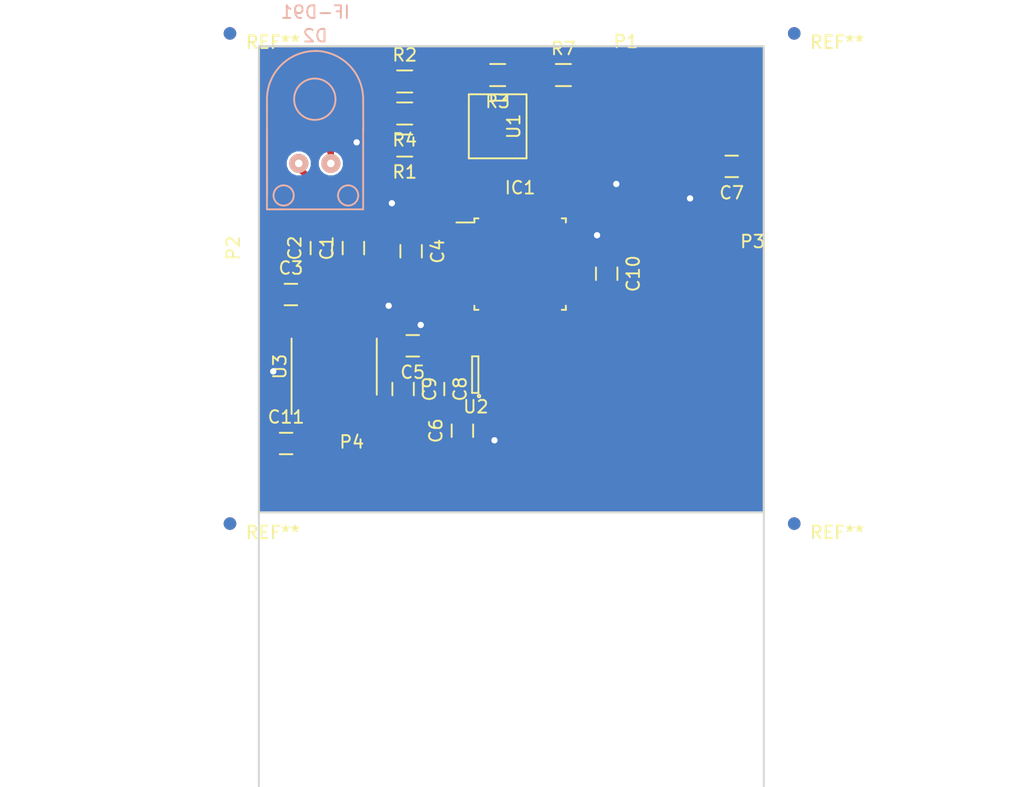
<source format=kicad_pcb>
(kicad_pcb (version 4) (host pcbnew 4.0.2-stable)

  (general
    (links 63)
    (no_connects 0)
    (area 63.698761 21.613 145.343239 84.772501)
    (thickness 1.6)
    (drawings 6)
    (tracks 252)
    (zones 0)
    (modules 33)
    (nets 47)
  )

  (page A4)
  (layers
    (0 F.Cu signal)
    (31 B.Cu signal hide)
    (32 B.Adhes user)
    (33 F.Adhes user)
    (34 B.Paste user)
    (35 F.Paste user)
    (36 B.SilkS user)
    (37 F.SilkS user)
    (38 B.Mask user)
    (39 F.Mask user)
    (40 Dwgs.User user)
    (41 Cmts.User user)
    (42 Eco1.User user)
    (43 Eco2.User user)
    (44 Edge.Cuts user)
    (45 Margin user)
    (46 B.CrtYd user)
    (47 F.CrtYd user)
    (48 B.Fab user)
    (49 F.Fab user)
  )

  (setup
    (last_trace_width 0.3)
    (user_trace_width 0.3)
    (user_trace_width 0.5)
    (trace_clearance 0.2)
    (zone_clearance 0)
    (zone_45_only yes)
    (trace_min 0.2)
    (segment_width 0.2)
    (edge_width 0.15)
    (via_size 0.6)
    (via_drill 0.4)
    (via_min_size 0.4)
    (via_min_drill 0.3)
    (user_via 1.2 0.5)
    (uvia_size 0.3)
    (uvia_drill 0.1)
    (uvias_allowed no)
    (uvia_min_size 0.2)
    (uvia_min_drill 0.1)
    (pcb_text_width 0.3)
    (pcb_text_size 1.5 1.5)
    (mod_edge_width 0.15)
    (mod_text_size 1 1)
    (mod_text_width 0.15)
    (pad_size 1.5 1.5)
    (pad_drill 0.6)
    (pad_to_mask_clearance 0.2)
    (aux_axis_origin 0 0)
    (visible_elements 7FFFFFFF)
    (pcbplotparams
      (layerselection 0x00000_00000001)
      (usegerberextensions false)
      (excludeedgelayer true)
      (linewidth 0.100000)
      (plotframeref false)
      (viasonmask false)
      (mode 1)
      (useauxorigin false)
      (hpglpennumber 1)
      (hpglpenspeed 20)
      (hpglpendiameter 15)
      (hpglpenoverlay 2)
      (psnegative false)
      (psa4output false)
      (plotreference false)
      (plotvalue false)
      (plotinvisibletext false)
      (padsonsilk false)
      (subtractmaskfromsilk false)
      (outputformat 5)
      (mirror false)
      (drillshape 0)
      (scaleselection 1)
      (outputdirectory ""))
  )

  (net 0 "")
  (net 1 /GND)
  (net 2 /VCC)
  (net 3 /Vrffe)
  (net 4 "Net-(D2-Pad1)")
  (net 5 "Net-(IC1-Pad1)")
  (net 6 "Net-(IC1-Pad2)")
  (net 7 "Net-(IC1-Pad9)")
  (net 8 "Net-(IC1-Pad10)")
  (net 9 "Net-(IC1-Pad11)")
  (net 10 "Net-(IC1-Pad12)")
  (net 11 "Net-(IC1-Pad13)")
  (net 12 "Net-(IC1-Pad14)")
  (net 13 /ICSP_MOSI)
  (net 14 /ICSP_MISO)
  (net 15 /ICSP_SCK)
  (net 16 "Net-(IC1-Pad19)")
  (net 17 "Net-(IC1-Pad20)")
  (net 18 "Net-(IC1-Pad22)")
  (net 19 /AVR_RFFE_SDATA)
  (net 20 /AVR_RFFE_SCLK)
  (net 21 "Net-(IC1-Pad25)")
  (net 22 "Net-(IC1-Pad26)")
  (net 23 "Net-(IC1-Pad27)")
  (net 24 "Net-(IC1-Pad28)")
  (net 25 /AVR_RESET)
  (net 26 /RX)
  (net 27 "Net-(IC1-Pad32)")
  (net 28 /RFFE_SCLK)
  (net 29 /RFFE_SDATA)
  (net 30 "Net-(R2-Pad2)")
  (net 31 "Net-(U2-Pad4)")
  (net 32 "Net-(IC1-Pad23)")
  (net 33 "Net-(IC1-Pad24)")
  (net 34 "Net-(U3-Pad20)")
  (net 35 "Net-(U3-Pad18)")
  (net 36 "Net-(U3-Pad16)")
  (net 37 "Net-(U3-Pad14)")
  (net 38 "Net-(U3-Pad13)")
  (net 39 "Net-(U3-Pad9)")
  (net 40 "Net-(U3-Pad8)")
  (net 41 "Net-(U3-Pad7)")
  (net 42 "Net-(U3-Pad1)")
  (net 43 "Net-(U3-Pad3)")
  (net 44 "Net-(U3-Pad5)")
  (net 45 "Net-(U3-Pad12)")
  (net 46 "Net-(IC1-Pad31)")

  (net_class Default "This is the default net class."
    (clearance 0.2)
    (trace_width 0.25)
    (via_dia 0.6)
    (via_drill 0.4)
    (uvia_dia 0.3)
    (uvia_drill 0.1)
    (add_net /AVR_RESET)
    (add_net /AVR_RFFE_SCLK)
    (add_net /AVR_RFFE_SDATA)
    (add_net /GND)
    (add_net /ICSP_MISO)
    (add_net /ICSP_MOSI)
    (add_net /ICSP_SCK)
    (add_net /RFFE_SCLK)
    (add_net /RFFE_SDATA)
    (add_net /RX)
    (add_net /VCC)
    (add_net /Vrffe)
    (add_net "Net-(D2-Pad1)")
    (add_net "Net-(IC1-Pad1)")
    (add_net "Net-(IC1-Pad10)")
    (add_net "Net-(IC1-Pad11)")
    (add_net "Net-(IC1-Pad12)")
    (add_net "Net-(IC1-Pad13)")
    (add_net "Net-(IC1-Pad14)")
    (add_net "Net-(IC1-Pad19)")
    (add_net "Net-(IC1-Pad2)")
    (add_net "Net-(IC1-Pad20)")
    (add_net "Net-(IC1-Pad22)")
    (add_net "Net-(IC1-Pad23)")
    (add_net "Net-(IC1-Pad24)")
    (add_net "Net-(IC1-Pad25)")
    (add_net "Net-(IC1-Pad26)")
    (add_net "Net-(IC1-Pad27)")
    (add_net "Net-(IC1-Pad28)")
    (add_net "Net-(IC1-Pad31)")
    (add_net "Net-(IC1-Pad32)")
    (add_net "Net-(IC1-Pad9)")
    (add_net "Net-(R2-Pad2)")
    (add_net "Net-(U2-Pad4)")
    (add_net "Net-(U3-Pad1)")
    (add_net "Net-(U3-Pad12)")
    (add_net "Net-(U3-Pad13)")
    (add_net "Net-(U3-Pad14)")
    (add_net "Net-(U3-Pad16)")
    (add_net "Net-(U3-Pad18)")
    (add_net "Net-(U3-Pad20)")
    (add_net "Net-(U3-Pad3)")
    (add_net "Net-(U3-Pad5)")
    (add_net "Net-(U3-Pad7)")
    (add_net "Net-(U3-Pad8)")
    (add_net "Net-(U3-Pad9)")
  )

  (net_class Test ""
    (clearance 0.3)
    (trace_width 0.5)
    (via_dia 0.6)
    (via_drill 0.4)
    (uvia_dia 0.3)
    (uvia_drill 0.1)
  )

  (module Fiducials:Fiducial_1mm_Dia_2.54mm_Outer_CopperBottom (layer F.Cu) (tedit 0) (tstamp 5738218C)
    (at 126.873 24.638)
    (descr "Circular Fiducial, 1mm bare copper bottom; 2.54mm keepout")
    (tags marker)
    (attr virtual)
    (fp_text reference REF** (at 3.4 0.7) (layer F.SilkS)
      (effects (font (size 1 1) (thickness 0.15)))
    )
    (fp_text value Fiducial_1mm_Dia_2.54mm_Outer_CopperBottom (at 0 -1.8) (layer F.Fab)
      (effects (font (size 1 1) (thickness 0.15)))
    )
    (fp_circle (center 0 0) (end 1.55 0) (layer B.CrtYd) (width 0.05))
    (pad ~ smd circle (at 0 0) (size 1 1) (layers B.Cu B.Mask)
      (solder_mask_margin 0.77) (clearance 0.77))
  )

  (module Fiducials:Fiducial_1mm_Dia_2.54mm_Outer_CopperTop (layer F.Cu) (tedit 0) (tstamp 57382187)
    (at 82.169 24.638)
    (descr "Circular Fiducial, 1mm bare copper top; 2.54mm keepout")
    (tags marker)
    (attr virtual)
    (fp_text reference REF** (at 3.4 0.7) (layer F.SilkS)
      (effects (font (size 1 1) (thickness 0.15)))
    )
    (fp_text value Fiducial_1mm_Dia_2.54mm_Outer_CopperTop (at 0 -1.8) (layer F.Fab)
      (effects (font (size 1 1) (thickness 0.15)))
    )
    (fp_circle (center 0 0) (end 1.55 0) (layer F.CrtYd) (width 0.05))
    (pad ~ smd circle (at 0 0) (size 1 1) (layers F.Cu F.Mask)
      (solder_mask_margin 0.77) (clearance 0.77))
  )

  (module Capacitors_SMD:C_0805_HandSoldering (layer F.Cu) (tedit 541A9B8D) (tstamp 5720BD88)
    (at 91.948 41.656 90)
    (descr "Capacitor SMD 0805, hand soldering")
    (tags "capacitor 0805")
    (path /5705321A)
    (attr smd)
    (fp_text reference C1 (at 0 -2.1 90) (layer F.SilkS)
      (effects (font (size 1 1) (thickness 0.15)))
    )
    (fp_text value C (at 0 2.1 90) (layer F.Fab)
      (effects (font (size 1 1) (thickness 0.15)))
    )
    (fp_line (start -2.3 -1) (end 2.3 -1) (layer F.CrtYd) (width 0.05))
    (fp_line (start -2.3 1) (end 2.3 1) (layer F.CrtYd) (width 0.05))
    (fp_line (start -2.3 -1) (end -2.3 1) (layer F.CrtYd) (width 0.05))
    (fp_line (start 2.3 -1) (end 2.3 1) (layer F.CrtYd) (width 0.05))
    (fp_line (start 0.5 -0.85) (end -0.5 -0.85) (layer F.SilkS) (width 0.15))
    (fp_line (start -0.5 0.85) (end 0.5 0.85) (layer F.SilkS) (width 0.15))
    (pad 1 smd rect (at -1.25 0 90) (size 1.5 1.25) (layers F.Cu F.Paste F.Mask)
      (net 1 /GND))
    (pad 2 smd rect (at 1.25 0 90) (size 1.5 1.25) (layers F.Cu F.Paste F.Mask)
      (net 2 /VCC))
    (model Capacitors_SMD.3dshapes/C_0805_HandSoldering.wrl
      (at (xyz 0 0 0))
      (scale (xyz 1 1 1))
      (rotate (xyz 0 0 0))
    )
  )

  (module hw:IF-D91 (layer B.Cu) (tedit 570641BB) (tstamp 570519EF)
    (at 88.9 29.845)
    (path /57029E87)
    (fp_text reference D2 (at 0.02 -5.02) (layer B.SilkS)
      (effects (font (size 1 1) (thickness 0.15)) (justify mirror))
    )
    (fp_text value IF-D91 (at 0.03 -6.89) (layer B.SilkS)
      (effects (font (size 1 1) (thickness 0.15)) (justify mirror))
    )
    (fp_arc (start 0.03 0.02) (end 0.12 -3.81) (angle -90) (layer B.SilkS) (width 0.15))
    (fp_arc (start -0.01 0.01) (end 3.82 0.01) (angle -90) (layer B.SilkS) (width 0.15))
    (fp_line (start 3.83 2.4) (end 3.82 0.02) (layer B.SilkS) (width 0.15))
    (fp_circle (center -0.01 0.01) (end 0 -1.63) (layer B.SilkS) (width 0.15))
    (fp_line (start -3.79 7.63) (end -3.8 0.01) (layer B.SilkS) (width 0.15))
    (fp_line (start -3.79 8.74) (end -2.46 8.74) (layer B.SilkS) (width 0.15))
    (fp_circle (center 2.63 7.64) (end 2.63 6.84) (layer B.SilkS) (width 0.15))
    (fp_circle (center -2.48 7.64) (end -2.49 6.84) (layer B.SilkS) (width 0.15))
    (fp_line (start 3.82 2.39) (end 3.82 8.74) (layer B.SilkS) (width 0.15))
    (fp_line (start -3.8 2.39) (end -3.8 8.74) (layer B.SilkS) (width 0.15))
    (fp_line (start -3.8 8.74) (end 3.82 8.74) (layer B.SilkS) (width 0.15))
    (pad 1 thru_hole circle (at -1.28 5.1) (size 1.5 1.5) (drill 0.6) (layers *.Cu *.Mask B.SilkS)
      (net 4 "Net-(D2-Pad1)"))
    (pad 2 thru_hole circle (at 1.26 5.1) (size 1.5 1.5) (drill 0.6) (layers *.Cu *.Mask B.SilkS)
      (net 2 /VCC))
  )

  (module Housings_QFP:TQFP-32_7x7mm_Pitch0.8mm (layer F.Cu) (tedit 54130A77) (tstamp 57051A13)
    (at 105.156 42.926)
    (descr "32-Lead Plastic Thin Quad Flatpack (PT) - 7x7x1.0 mm Body, 2.00 mm [TQFP] (see Microchip Packaging Specification 00000049BS.pdf)")
    (tags "QFP 0.8")
    (path /5704B95B)
    (attr smd)
    (fp_text reference IC1 (at 0 -6.05) (layer F.SilkS)
      (effects (font (size 1 1) (thickness 0.15)))
    )
    (fp_text value ATMEGA168PA-A (at 0 6.05) (layer F.Fab)
      (effects (font (size 1 1) (thickness 0.15)))
    )
    (fp_line (start -5.3 -5.3) (end -5.3 5.3) (layer F.CrtYd) (width 0.05))
    (fp_line (start 5.3 -5.3) (end 5.3 5.3) (layer F.CrtYd) (width 0.05))
    (fp_line (start -5.3 -5.3) (end 5.3 -5.3) (layer F.CrtYd) (width 0.05))
    (fp_line (start -5.3 5.3) (end 5.3 5.3) (layer F.CrtYd) (width 0.05))
    (fp_line (start -3.625 -3.625) (end -3.625 -3.3) (layer F.SilkS) (width 0.15))
    (fp_line (start 3.625 -3.625) (end 3.625 -3.3) (layer F.SilkS) (width 0.15))
    (fp_line (start 3.625 3.625) (end 3.625 3.3) (layer F.SilkS) (width 0.15))
    (fp_line (start -3.625 3.625) (end -3.625 3.3) (layer F.SilkS) (width 0.15))
    (fp_line (start -3.625 -3.625) (end -3.3 -3.625) (layer F.SilkS) (width 0.15))
    (fp_line (start -3.625 3.625) (end -3.3 3.625) (layer F.SilkS) (width 0.15))
    (fp_line (start 3.625 3.625) (end 3.3 3.625) (layer F.SilkS) (width 0.15))
    (fp_line (start 3.625 -3.625) (end 3.3 -3.625) (layer F.SilkS) (width 0.15))
    (fp_line (start -3.625 -3.3) (end -5.05 -3.3) (layer F.SilkS) (width 0.15))
    (pad 1 smd rect (at -4.25 -2.8) (size 1.6 0.55) (layers F.Cu F.Paste F.Mask)
      (net 5 "Net-(IC1-Pad1)"))
    (pad 2 smd rect (at -4.25 -2) (size 1.6 0.55) (layers F.Cu F.Paste F.Mask)
      (net 6 "Net-(IC1-Pad2)"))
    (pad 3 smd rect (at -4.25 -1.2) (size 1.6 0.55) (layers F.Cu F.Paste F.Mask)
      (net 1 /GND))
    (pad 4 smd rect (at -4.25 -0.4) (size 1.6 0.55) (layers F.Cu F.Paste F.Mask)
      (net 2 /VCC))
    (pad 5 smd rect (at -4.25 0.4) (size 1.6 0.55) (layers F.Cu F.Paste F.Mask)
      (net 1 /GND))
    (pad 6 smd rect (at -4.25 1.2) (size 1.6 0.55) (layers F.Cu F.Paste F.Mask)
      (net 2 /VCC))
    (pad 7 smd rect (at -4.25 2) (size 1.6 0.55) (layers F.Cu F.Paste F.Mask)
      (net 19 /AVR_RFFE_SDATA))
    (pad 8 smd rect (at -4.25 2.8) (size 1.6 0.55) (layers F.Cu F.Paste F.Mask)
      (net 20 /AVR_RFFE_SCLK))
    (pad 9 smd rect (at -2.8 4.25 90) (size 1.6 0.55) (layers F.Cu F.Paste F.Mask)
      (net 7 "Net-(IC1-Pad9)"))
    (pad 10 smd rect (at -2 4.25 90) (size 1.6 0.55) (layers F.Cu F.Paste F.Mask)
      (net 8 "Net-(IC1-Pad10)"))
    (pad 11 smd rect (at -1.2 4.25 90) (size 1.6 0.55) (layers F.Cu F.Paste F.Mask)
      (net 9 "Net-(IC1-Pad11)"))
    (pad 12 smd rect (at -0.4 4.25 90) (size 1.6 0.55) (layers F.Cu F.Paste F.Mask)
      (net 10 "Net-(IC1-Pad12)"))
    (pad 13 smd rect (at 0.4 4.25 90) (size 1.6 0.55) (layers F.Cu F.Paste F.Mask)
      (net 11 "Net-(IC1-Pad13)"))
    (pad 14 smd rect (at 1.2 4.25 90) (size 1.6 0.55) (layers F.Cu F.Paste F.Mask)
      (net 12 "Net-(IC1-Pad14)"))
    (pad 15 smd rect (at 2 4.25 90) (size 1.6 0.55) (layers F.Cu F.Paste F.Mask)
      (net 13 /ICSP_MOSI))
    (pad 16 smd rect (at 2.8 4.25 90) (size 1.6 0.55) (layers F.Cu F.Paste F.Mask)
      (net 14 /ICSP_MISO))
    (pad 17 smd rect (at 4.25 2.8) (size 1.6 0.55) (layers F.Cu F.Paste F.Mask)
      (net 15 /ICSP_SCK))
    (pad 18 smd rect (at 4.25 2) (size 1.6 0.55) (layers F.Cu F.Paste F.Mask)
      (net 2 /VCC))
    (pad 19 smd rect (at 4.25 1.2) (size 1.6 0.55) (layers F.Cu F.Paste F.Mask)
      (net 16 "Net-(IC1-Pad19)"))
    (pad 20 smd rect (at 4.25 0.4) (size 1.6 0.55) (layers F.Cu F.Paste F.Mask)
      (net 17 "Net-(IC1-Pad20)"))
    (pad 21 smd rect (at 4.25 -0.4) (size 1.6 0.55) (layers F.Cu F.Paste F.Mask)
      (net 1 /GND))
    (pad 22 smd rect (at 4.25 -1.2) (size 1.6 0.55) (layers F.Cu F.Paste F.Mask)
      (net 18 "Net-(IC1-Pad22)"))
    (pad 23 smd rect (at 4.25 -2) (size 1.6 0.55) (layers F.Cu F.Paste F.Mask)
      (net 32 "Net-(IC1-Pad23)"))
    (pad 24 smd rect (at 4.25 -2.8) (size 1.6 0.55) (layers F.Cu F.Paste F.Mask)
      (net 33 "Net-(IC1-Pad24)"))
    (pad 25 smd rect (at 2.8 -4.25 90) (size 1.6 0.55) (layers F.Cu F.Paste F.Mask)
      (net 21 "Net-(IC1-Pad25)"))
    (pad 26 smd rect (at 2 -4.25 90) (size 1.6 0.55) (layers F.Cu F.Paste F.Mask)
      (net 22 "Net-(IC1-Pad26)"))
    (pad 27 smd rect (at 1.2 -4.25 90) (size 1.6 0.55) (layers F.Cu F.Paste F.Mask)
      (net 23 "Net-(IC1-Pad27)"))
    (pad 28 smd rect (at 0.4 -4.25 90) (size 1.6 0.55) (layers F.Cu F.Paste F.Mask)
      (net 24 "Net-(IC1-Pad28)"))
    (pad 29 smd rect (at -0.4 -4.25 90) (size 1.6 0.55) (layers F.Cu F.Paste F.Mask)
      (net 25 /AVR_RESET))
    (pad 30 smd rect (at -1.2 -4.25 90) (size 1.6 0.55) (layers F.Cu F.Paste F.Mask)
      (net 26 /RX))
    (pad 31 smd rect (at -2 -4.25 90) (size 1.6 0.55) (layers F.Cu F.Paste F.Mask)
      (net 46 "Net-(IC1-Pad31)"))
    (pad 32 smd rect (at -2.8 -4.25 90) (size 1.6 0.55) (layers F.Cu F.Paste F.Mask)
      (net 27 "Net-(IC1-Pad32)"))
    (model Housings_QFP.3dshapes/TQFP-32_7x7mm_Pitch0.8mm.wrl
      (at (xyz 0 0 0))
      (scale (xyz 1 1 1))
      (rotate (xyz 0 0 0))
    )
  )

  (module hw:CONN_01X01_SMD (layer F.Cu) (tedit 57051630) (tstamp 57051A28)
    (at 123.571 40.64)
    (path /57055043)
    (fp_text reference P3 (at 0 0.5) (layer F.SilkS)
      (effects (font (size 1 1) (thickness 0.15)))
    )
    (fp_text value CONN_01X01 (at 0 -0.5) (layer F.Fab)
      (effects (font (size 1 1) (thickness 0.15)))
    )
    (pad 1 smd rect (at 0 -2.54) (size 1.524 3) (layers F.Cu F.Paste F.Mask)
      (net 2 /VCC))
  )

  (module hw:CONN_01X04_SMD (layer F.Cu) (tedit 5705151A) (tstamp 57051A30)
    (at 91.821 57.531 180)
    (path /5705755A)
    (fp_text reference P4 (at 0 0.5 180) (layer F.SilkS)
      (effects (font (size 1 1) (thickness 0.15)))
    )
    (fp_text value CONN_01X04 (at 0 -0.5 180) (layer F.Fab)
      (effects (font (size 1 1) (thickness 0.15)))
    )
    (pad 1 smd rect (at -1.27 -2.54 180) (size 1.524 3) (layers F.Cu F.Paste F.Mask)
      (net 28 /RFFE_SCLK))
    (pad 2 smd rect (at 1.27 -2.54 180) (size 1.524 3) (layers F.Cu F.Paste F.Mask)
      (net 29 /RFFE_SDATA))
    (pad 3 smd rect (at 3.81 -2.54 180) (size 1.524 3) (layers F.Cu F.Paste F.Mask)
      (net 3 /Vrffe))
    (pad 4 smd rect (at 6.35 -2.54 180) (size 1.524 3) (layers F.Cu F.Paste F.Mask)
      (net 1 /GND))
  )

  (module SMD_Packages:SOIC-8-N (layer F.Cu) (tedit 0) (tstamp 57051A79)
    (at 103.378 32.004 270)
    (descr "Module Narrow CMS SOJ 8 pins large")
    (tags "CMS SOJ")
    (path /57025466)
    (attr smd)
    (fp_text reference U1 (at 0 -1.27 270) (layer F.SilkS)
      (effects (font (size 1 1) (thickness 0.15)))
    )
    (fp_text value LM393 (at 0 1.27 270) (layer F.Fab)
      (effects (font (size 1 1) (thickness 0.15)))
    )
    (fp_line (start -2.54 -2.286) (end 2.54 -2.286) (layer F.SilkS) (width 0.15))
    (fp_line (start 2.54 -2.286) (end 2.54 2.286) (layer F.SilkS) (width 0.15))
    (fp_line (start 2.54 2.286) (end -2.54 2.286) (layer F.SilkS) (width 0.15))
    (fp_line (start -2.54 2.286) (end -2.54 -2.286) (layer F.SilkS) (width 0.15))
    (fp_line (start -2.54 -0.762) (end -2.032 -0.762) (layer F.SilkS) (width 0.15))
    (fp_line (start -2.032 -0.762) (end -2.032 0.508) (layer F.SilkS) (width 0.15))
    (fp_line (start -2.032 0.508) (end -2.54 0.508) (layer F.SilkS) (width 0.15))
    (pad 8 smd rect (at -1.905 -3.175 270) (size 0.508 1.143) (layers F.Cu F.Paste F.Mask)
      (net 2 /VCC))
    (pad 7 smd rect (at -0.635 -3.175 270) (size 0.508 1.143) (layers F.Cu F.Paste F.Mask))
    (pad 6 smd rect (at 0.635 -3.175 270) (size 0.508 1.143) (layers F.Cu F.Paste F.Mask))
    (pad 5 smd rect (at 1.905 -3.175 270) (size 0.508 1.143) (layers F.Cu F.Paste F.Mask))
    (pad 4 smd rect (at 1.905 3.175 270) (size 0.508 1.143) (layers F.Cu F.Paste F.Mask)
      (net 1 /GND))
    (pad 3 smd rect (at 0.635 3.175 270) (size 0.508 1.143) (layers F.Cu F.Paste F.Mask)
      (net 4 "Net-(D2-Pad1)"))
    (pad 2 smd rect (at -0.635 3.175 270) (size 0.508 1.143) (layers F.Cu F.Paste F.Mask)
      (net 30 "Net-(R2-Pad2)"))
    (pad 1 smd rect (at -1.905 3.175 270) (size 0.508 1.143) (layers F.Cu F.Paste F.Mask)
      (net 26 /RX))
    (model SMD_Packages.3dshapes/SOIC-8-N.wrl
      (at (xyz 0 0 0))
      (scale (xyz 0.5 0.38 0.5))
      (rotate (xyz 0 0 0))
    )
  )

  (module TO_SOT_Packages_SMD:SOT-23-5 (layer F.Cu) (tedit 55360473) (tstamp 57051A82)
    (at 101.6 51.689 180)
    (descr "5-pin SOT23 package")
    (tags SOT-23-5)
    (path /570513A1)
    (attr smd)
    (fp_text reference U2 (at -0.05 -2.55 180) (layer F.SilkS)
      (effects (font (size 1 1) (thickness 0.15)))
    )
    (fp_text value LP3984 (at -0.05 2.35 180) (layer F.Fab)
      (effects (font (size 1 1) (thickness 0.15)))
    )
    (fp_line (start -1.8 -1.6) (end 1.8 -1.6) (layer F.CrtYd) (width 0.05))
    (fp_line (start 1.8 -1.6) (end 1.8 1.6) (layer F.CrtYd) (width 0.05))
    (fp_line (start 1.8 1.6) (end -1.8 1.6) (layer F.CrtYd) (width 0.05))
    (fp_line (start -1.8 1.6) (end -1.8 -1.6) (layer F.CrtYd) (width 0.05))
    (fp_circle (center -0.3 -1.7) (end -0.2 -1.7) (layer F.SilkS) (width 0.15))
    (fp_line (start 0.25 -1.45) (end -0.25 -1.45) (layer F.SilkS) (width 0.15))
    (fp_line (start 0.25 1.45) (end 0.25 -1.45) (layer F.SilkS) (width 0.15))
    (fp_line (start -0.25 1.45) (end 0.25 1.45) (layer F.SilkS) (width 0.15))
    (fp_line (start -0.25 -1.45) (end -0.25 1.45) (layer F.SilkS) (width 0.15))
    (pad 1 smd rect (at -1.1 -0.95 180) (size 1.06 0.65) (layers F.Cu F.Paste F.Mask)
      (net 2 /VCC))
    (pad 2 smd rect (at -1.1 0 180) (size 1.06 0.65) (layers F.Cu F.Paste F.Mask)
      (net 1 /GND))
    (pad 3 smd rect (at -1.1 0.95 180) (size 1.06 0.65) (layers F.Cu F.Paste F.Mask)
      (net 2 /VCC))
    (pad 4 smd rect (at 1.1 0.95 180) (size 1.06 0.65) (layers F.Cu F.Paste F.Mask)
      (net 31 "Net-(U2-Pad4)"))
    (pad 5 smd rect (at 1.1 -0.95 180) (size 1.06 0.65) (layers F.Cu F.Paste F.Mask)
      (net 3 /Vrffe))
    (model TO_SOT_Packages_SMD.3dshapes/SOT-23-5.wrl
      (at (xyz 0 0 0))
      (scale (xyz 1 1 1))
      (rotate (xyz 0 0 0))
    )
  )

  (module hw:CONN_02X03_SMD (layer F.Cu) (tedit 57051602) (tstamp 57052861)
    (at 113.538 25.781 180)
    (path /5704F701)
    (fp_text reference P1 (at 0 0.5 180) (layer F.SilkS)
      (effects (font (size 1 1) (thickness 0.15)))
    )
    (fp_text value CONN_02X03 (at 0 -0.5 180) (layer F.Fab)
      (effects (font (size 1 1) (thickness 0.15)))
    )
    (pad 1 smd rect (at -3.81 -2.54 180) (size 1.524 3) (layers F.Cu F.Paste F.Mask)
      (net 14 /ICSP_MISO))
    (pad 2 smd rect (at -3.81 -7.62 180) (size 1.524 3) (layers F.Cu F.Paste F.Mask)
      (net 2 /VCC))
    (pad 3 smd rect (at -1.27 -2.54 180) (size 1.524 3) (layers F.Cu F.Paste F.Mask)
      (net 15 /ICSP_SCK))
    (pad 4 smd rect (at -1.27 -7.62 180) (size 1.524 3) (layers F.Cu F.Paste F.Mask)
      (net 13 /ICSP_MOSI))
    (pad 5 smd rect (at 1.27 -2.54 180) (size 1.524 3) (layers F.Cu F.Paste F.Mask)
      (net 25 /AVR_RESET))
    (pad 6 smd rect (at 1.27 -7.62 180) (size 1.524 3) (layers F.Cu F.Paste F.Mask)
      (net 1 /GND))
  )

  (module antenna_side:Batt (layer F.Cu) (tedit 57064551) (tstamp 57064685)
    (at 83.693 41.656 270)
    (path /57058EE6)
    (fp_text reference P2 (at 0 1.27 270) (layer F.SilkS)
      (effects (font (size 1 1) (thickness 0.15)))
    )
    (fp_text value Battery (at 0 0 270) (layer F.Fab)
      (effects (font (size 1 1) (thickness 0.15)))
    )
    (pad 1 smd rect (at -1.27 -2.54 270) (size 1.524 3) (layers F.Cu F.Paste F.Mask)
      (net 2 /VCC))
    (pad 2 smd rect (at 1.27 -2.54 270) (size 1.524 3) (layers F.Cu F.Paste F.Mask)
      (net 1 /GND))
  )

  (module Capacitors_SMD:C_0805_HandSoldering (layer F.Cu) (tedit 541A9B8D) (tstamp 5720BD8D)
    (at 89.408 41.656 90)
    (descr "Capacitor SMD 0805, hand soldering")
    (tags "capacitor 0805")
    (path /5705327C)
    (attr smd)
    (fp_text reference C2 (at 0 -2.1 90) (layer F.SilkS)
      (effects (font (size 1 1) (thickness 0.15)))
    )
    (fp_text value C (at 0 2.1 90) (layer F.Fab)
      (effects (font (size 1 1) (thickness 0.15)))
    )
    (fp_line (start -2.3 -1) (end 2.3 -1) (layer F.CrtYd) (width 0.05))
    (fp_line (start -2.3 1) (end 2.3 1) (layer F.CrtYd) (width 0.05))
    (fp_line (start -2.3 -1) (end -2.3 1) (layer F.CrtYd) (width 0.05))
    (fp_line (start 2.3 -1) (end 2.3 1) (layer F.CrtYd) (width 0.05))
    (fp_line (start 0.5 -0.85) (end -0.5 -0.85) (layer F.SilkS) (width 0.15))
    (fp_line (start -0.5 0.85) (end 0.5 0.85) (layer F.SilkS) (width 0.15))
    (pad 1 smd rect (at -1.25 0 90) (size 1.5 1.25) (layers F.Cu F.Paste F.Mask)
      (net 1 /GND))
    (pad 2 smd rect (at 1.25 0 90) (size 1.5 1.25) (layers F.Cu F.Paste F.Mask)
      (net 2 /VCC))
    (model Capacitors_SMD.3dshapes/C_0805_HandSoldering.wrl
      (at (xyz 0 0 0))
      (scale (xyz 1 1 1))
      (rotate (xyz 0 0 0))
    )
  )

  (module Capacitors_SMD:C_0805_HandSoldering (layer F.Cu) (tedit 541A9B8D) (tstamp 5720BD92)
    (at 86.995 45.339)
    (descr "Capacitor SMD 0805, hand soldering")
    (tags "capacitor 0805")
    (path /570532CD)
    (attr smd)
    (fp_text reference C3 (at 0 -2.1) (layer F.SilkS)
      (effects (font (size 1 1) (thickness 0.15)))
    )
    (fp_text value C (at 0 2.1) (layer F.Fab)
      (effects (font (size 1 1) (thickness 0.15)))
    )
    (fp_line (start -2.3 -1) (end 2.3 -1) (layer F.CrtYd) (width 0.05))
    (fp_line (start -2.3 1) (end 2.3 1) (layer F.CrtYd) (width 0.05))
    (fp_line (start -2.3 -1) (end -2.3 1) (layer F.CrtYd) (width 0.05))
    (fp_line (start 2.3 -1) (end 2.3 1) (layer F.CrtYd) (width 0.05))
    (fp_line (start 0.5 -0.85) (end -0.5 -0.85) (layer F.SilkS) (width 0.15))
    (fp_line (start -0.5 0.85) (end 0.5 0.85) (layer F.SilkS) (width 0.15))
    (pad 1 smd rect (at -1.25 0) (size 1.5 1.25) (layers F.Cu F.Paste F.Mask)
      (net 1 /GND))
    (pad 2 smd rect (at 1.25 0) (size 1.5 1.25) (layers F.Cu F.Paste F.Mask)
      (net 2 /VCC))
    (model Capacitors_SMD.3dshapes/C_0805_HandSoldering.wrl
      (at (xyz 0 0 0))
      (scale (xyz 1 1 1))
      (rotate (xyz 0 0 0))
    )
  )

  (module Capacitors_SMD:C_0805_HandSoldering (layer F.Cu) (tedit 541A9B8D) (tstamp 5720BD97)
    (at 96.52 41.91 270)
    (descr "Capacitor SMD 0805, hand soldering")
    (tags "capacitor 0805")
    (path /5705332F)
    (attr smd)
    (fp_text reference C4 (at 0 -2.1 270) (layer F.SilkS)
      (effects (font (size 1 1) (thickness 0.15)))
    )
    (fp_text value C (at 0 2.1 270) (layer F.Fab)
      (effects (font (size 1 1) (thickness 0.15)))
    )
    (fp_line (start -2.3 -1) (end 2.3 -1) (layer F.CrtYd) (width 0.05))
    (fp_line (start -2.3 1) (end 2.3 1) (layer F.CrtYd) (width 0.05))
    (fp_line (start -2.3 -1) (end -2.3 1) (layer F.CrtYd) (width 0.05))
    (fp_line (start 2.3 -1) (end 2.3 1) (layer F.CrtYd) (width 0.05))
    (fp_line (start 0.5 -0.85) (end -0.5 -0.85) (layer F.SilkS) (width 0.15))
    (fp_line (start -0.5 0.85) (end 0.5 0.85) (layer F.SilkS) (width 0.15))
    (pad 1 smd rect (at -1.25 0 270) (size 1.5 1.25) (layers F.Cu F.Paste F.Mask)
      (net 1 /GND))
    (pad 2 smd rect (at 1.25 0 270) (size 1.5 1.25) (layers F.Cu F.Paste F.Mask)
      (net 2 /VCC))
    (model Capacitors_SMD.3dshapes/C_0805_HandSoldering.wrl
      (at (xyz 0 0 0))
      (scale (xyz 1 1 1))
      (rotate (xyz 0 0 0))
    )
  )

  (module Capacitors_SMD:C_0805_HandSoldering (layer F.Cu) (tedit 541A9B8D) (tstamp 5720BD9C)
    (at 96.647 49.403 180)
    (descr "Capacitor SMD 0805, hand soldering")
    (tags "capacitor 0805")
    (path /57051AAA)
    (attr smd)
    (fp_text reference C5 (at 0 -2.1 180) (layer F.SilkS)
      (effects (font (size 1 1) (thickness 0.15)))
    )
    (fp_text value C (at 0 2.1 180) (layer F.Fab)
      (effects (font (size 1 1) (thickness 0.15)))
    )
    (fp_line (start -2.3 -1) (end 2.3 -1) (layer F.CrtYd) (width 0.05))
    (fp_line (start -2.3 1) (end 2.3 1) (layer F.CrtYd) (width 0.05))
    (fp_line (start -2.3 -1) (end -2.3 1) (layer F.CrtYd) (width 0.05))
    (fp_line (start 2.3 -1) (end 2.3 1) (layer F.CrtYd) (width 0.05))
    (fp_line (start 0.5 -0.85) (end -0.5 -0.85) (layer F.SilkS) (width 0.15))
    (fp_line (start -0.5 0.85) (end 0.5 0.85) (layer F.SilkS) (width 0.15))
    (pad 1 smd rect (at -1.25 0 180) (size 1.5 1.25) (layers F.Cu F.Paste F.Mask)
      (net 1 /GND))
    (pad 2 smd rect (at 1.25 0 180) (size 1.5 1.25) (layers F.Cu F.Paste F.Mask)
      (net 2 /VCC))
    (model Capacitors_SMD.3dshapes/C_0805_HandSoldering.wrl
      (at (xyz 0 0 0))
      (scale (xyz 1 1 1))
      (rotate (xyz 0 0 0))
    )
  )

  (module Capacitors_SMD:C_0805_HandSoldering (layer F.Cu) (tedit 541A9B8D) (tstamp 5720BDA1)
    (at 100.584 56.134 90)
    (descr "Capacitor SMD 0805, hand soldering")
    (tags "capacitor 0805")
    (path /57051A38)
    (attr smd)
    (fp_text reference C6 (at 0 -2.1 90) (layer F.SilkS)
      (effects (font (size 1 1) (thickness 0.15)))
    )
    (fp_text value C (at 0 2.1 90) (layer F.Fab)
      (effects (font (size 1 1) (thickness 0.15)))
    )
    (fp_line (start -2.3 -1) (end 2.3 -1) (layer F.CrtYd) (width 0.05))
    (fp_line (start -2.3 1) (end 2.3 1) (layer F.CrtYd) (width 0.05))
    (fp_line (start -2.3 -1) (end -2.3 1) (layer F.CrtYd) (width 0.05))
    (fp_line (start 2.3 -1) (end 2.3 1) (layer F.CrtYd) (width 0.05))
    (fp_line (start 0.5 -0.85) (end -0.5 -0.85) (layer F.SilkS) (width 0.15))
    (fp_line (start -0.5 0.85) (end 0.5 0.85) (layer F.SilkS) (width 0.15))
    (pad 1 smd rect (at -1.25 0 90) (size 1.5 1.25) (layers F.Cu F.Paste F.Mask)
      (net 1 /GND))
    (pad 2 smd rect (at 1.25 0 90) (size 1.5 1.25) (layers F.Cu F.Paste F.Mask)
      (net 3 /Vrffe))
    (model Capacitors_SMD.3dshapes/C_0805_HandSoldering.wrl
      (at (xyz 0 0 0))
      (scale (xyz 1 1 1))
      (rotate (xyz 0 0 0))
    )
  )

  (module Capacitors_SMD:C_0805_HandSoldering (layer F.Cu) (tedit 541A9B8D) (tstamp 5720BDA6)
    (at 121.92 35.179 180)
    (descr "Capacitor SMD 0805, hand soldering")
    (tags "capacitor 0805")
    (path /5720D574)
    (attr smd)
    (fp_text reference C7 (at 0 -2.1 180) (layer F.SilkS)
      (effects (font (size 1 1) (thickness 0.15)))
    )
    (fp_text value 0.1pF (at 0 2.1 180) (layer F.Fab)
      (effects (font (size 1 1) (thickness 0.15)))
    )
    (fp_line (start -2.3 -1) (end 2.3 -1) (layer F.CrtYd) (width 0.05))
    (fp_line (start -2.3 1) (end 2.3 1) (layer F.CrtYd) (width 0.05))
    (fp_line (start -2.3 -1) (end -2.3 1) (layer F.CrtYd) (width 0.05))
    (fp_line (start 2.3 -1) (end 2.3 1) (layer F.CrtYd) (width 0.05))
    (fp_line (start 0.5 -0.85) (end -0.5 -0.85) (layer F.SilkS) (width 0.15))
    (fp_line (start -0.5 0.85) (end 0.5 0.85) (layer F.SilkS) (width 0.15))
    (pad 1 smd rect (at -1.25 0 180) (size 1.5 1.25) (layers F.Cu F.Paste F.Mask)
      (net 2 /VCC))
    (pad 2 smd rect (at 1.25 0 180) (size 1.5 1.25) (layers F.Cu F.Paste F.Mask)
      (net 1 /GND))
    (model Capacitors_SMD.3dshapes/C_0805_HandSoldering.wrl
      (at (xyz 0 0 0))
      (scale (xyz 1 1 1))
      (rotate (xyz 0 0 0))
    )
  )

  (module Capacitors_SMD:C_0805_HandSoldering (layer F.Cu) (tedit 541A9B8D) (tstamp 5720BDAB)
    (at 98.298 52.832 270)
    (descr "Capacitor SMD 0805, hand soldering")
    (tags "capacitor 0805")
    (path /5720BC67)
    (attr smd)
    (fp_text reference C8 (at 0 -2.1 270) (layer F.SilkS)
      (effects (font (size 1 1) (thickness 0.15)))
    )
    (fp_text value C (at 0 2.1 270) (layer F.Fab)
      (effects (font (size 1 1) (thickness 0.15)))
    )
    (fp_line (start -2.3 -1) (end 2.3 -1) (layer F.CrtYd) (width 0.05))
    (fp_line (start -2.3 1) (end 2.3 1) (layer F.CrtYd) (width 0.05))
    (fp_line (start -2.3 -1) (end -2.3 1) (layer F.CrtYd) (width 0.05))
    (fp_line (start 2.3 -1) (end 2.3 1) (layer F.CrtYd) (width 0.05))
    (fp_line (start 0.5 -0.85) (end -0.5 -0.85) (layer F.SilkS) (width 0.15))
    (fp_line (start -0.5 0.85) (end 0.5 0.85) (layer F.SilkS) (width 0.15))
    (pad 1 smd rect (at -1.25 0 270) (size 1.5 1.25) (layers F.Cu F.Paste F.Mask)
      (net 1 /GND))
    (pad 2 smd rect (at 1.25 0 270) (size 1.5 1.25) (layers F.Cu F.Paste F.Mask)
      (net 3 /Vrffe))
    (model Capacitors_SMD.3dshapes/C_0805_HandSoldering.wrl
      (at (xyz 0 0 0))
      (scale (xyz 1 1 1))
      (rotate (xyz 0 0 0))
    )
  )

  (module Capacitors_SMD:C_0805_HandSoldering (layer F.Cu) (tedit 541A9B8D) (tstamp 5720BDB0)
    (at 95.885 52.832 270)
    (descr "Capacitor SMD 0805, hand soldering")
    (tags "capacitor 0805")
    (path /5720D0CC)
    (attr smd)
    (fp_text reference C9 (at 0 -2.1 270) (layer F.SilkS)
      (effects (font (size 1 1) (thickness 0.15)))
    )
    (fp_text value 0.1pF (at 0 2.1 270) (layer F.Fab)
      (effects (font (size 1 1) (thickness 0.15)))
    )
    (fp_line (start -2.3 -1) (end 2.3 -1) (layer F.CrtYd) (width 0.05))
    (fp_line (start -2.3 1) (end 2.3 1) (layer F.CrtYd) (width 0.05))
    (fp_line (start -2.3 -1) (end -2.3 1) (layer F.CrtYd) (width 0.05))
    (fp_line (start 2.3 -1) (end 2.3 1) (layer F.CrtYd) (width 0.05))
    (fp_line (start 0.5 -0.85) (end -0.5 -0.85) (layer F.SilkS) (width 0.15))
    (fp_line (start -0.5 0.85) (end 0.5 0.85) (layer F.SilkS) (width 0.15))
    (pad 1 smd rect (at -1.25 0 270) (size 1.5 1.25) (layers F.Cu F.Paste F.Mask)
      (net 1 /GND))
    (pad 2 smd rect (at 1.25 0 270) (size 1.5 1.25) (layers F.Cu F.Paste F.Mask)
      (net 3 /Vrffe))
    (model Capacitors_SMD.3dshapes/C_0805_HandSoldering.wrl
      (at (xyz 0 0 0))
      (scale (xyz 1 1 1))
      (rotate (xyz 0 0 0))
    )
  )

  (module Capacitors_SMD:C_0805_HandSoldering (layer F.Cu) (tedit 541A9B8D) (tstamp 5720BDB5)
    (at 112.014 43.688 270)
    (descr "Capacitor SMD 0805, hand soldering")
    (tags "capacitor 0805")
    (path /5721D69B)
    (attr smd)
    (fp_text reference C10 (at 0 -2.1 270) (layer F.SilkS)
      (effects (font (size 1 1) (thickness 0.15)))
    )
    (fp_text value C (at 0 2.1 270) (layer F.Fab)
      (effects (font (size 1 1) (thickness 0.15)))
    )
    (fp_line (start -2.3 -1) (end 2.3 -1) (layer F.CrtYd) (width 0.05))
    (fp_line (start -2.3 1) (end 2.3 1) (layer F.CrtYd) (width 0.05))
    (fp_line (start -2.3 -1) (end -2.3 1) (layer F.CrtYd) (width 0.05))
    (fp_line (start 2.3 -1) (end 2.3 1) (layer F.CrtYd) (width 0.05))
    (fp_line (start 0.5 -0.85) (end -0.5 -0.85) (layer F.SilkS) (width 0.15))
    (fp_line (start -0.5 0.85) (end 0.5 0.85) (layer F.SilkS) (width 0.15))
    (pad 1 smd rect (at -1.25 0 270) (size 1.5 1.25) (layers F.Cu F.Paste F.Mask)
      (net 1 /GND))
    (pad 2 smd rect (at 1.25 0 270) (size 1.5 1.25) (layers F.Cu F.Paste F.Mask)
      (net 2 /VCC))
    (model Capacitors_SMD.3dshapes/C_0805_HandSoldering.wrl
      (at (xyz 0 0 0))
      (scale (xyz 1 1 1))
      (rotate (xyz 0 0 0))
    )
  )

  (module Capacitors_SMD:C_0805_HandSoldering (layer F.Cu) (tedit 541A9B8D) (tstamp 5720BDBA)
    (at 86.614 57.15)
    (descr "Capacitor SMD 0805, hand soldering")
    (tags "capacitor 0805")
    (path /5721EC42)
    (attr smd)
    (fp_text reference C11 (at 0 -2.1) (layer F.SilkS)
      (effects (font (size 1 1) (thickness 0.15)))
    )
    (fp_text value C (at 0 2.1) (layer F.Fab)
      (effects (font (size 1 1) (thickness 0.15)))
    )
    (fp_line (start -2.3 -1) (end 2.3 -1) (layer F.CrtYd) (width 0.05))
    (fp_line (start -2.3 1) (end 2.3 1) (layer F.CrtYd) (width 0.05))
    (fp_line (start -2.3 -1) (end -2.3 1) (layer F.CrtYd) (width 0.05))
    (fp_line (start 2.3 -1) (end 2.3 1) (layer F.CrtYd) (width 0.05))
    (fp_line (start 0.5 -0.85) (end -0.5 -0.85) (layer F.SilkS) (width 0.15))
    (fp_line (start -0.5 0.85) (end 0.5 0.85) (layer F.SilkS) (width 0.15))
    (pad 1 smd rect (at -1.25 0) (size 1.5 1.25) (layers F.Cu F.Paste F.Mask)
      (net 1 /GND))
    (pad 2 smd rect (at 1.25 0) (size 1.5 1.25) (layers F.Cu F.Paste F.Mask)
      (net 3 /Vrffe))
    (model Capacitors_SMD.3dshapes/C_0805_HandSoldering.wrl
      (at (xyz 0 0 0))
      (scale (xyz 1 1 1))
      (rotate (xyz 0 0 0))
    )
  )

  (module Resistors_SMD:R_0805_HandSoldering (layer F.Cu) (tedit 54189DEE) (tstamp 5720BDBF)
    (at 96.012 33.528 180)
    (descr "Resistor SMD 0805, hand soldering")
    (tags "resistor 0805")
    (path /57025223)
    (attr smd)
    (fp_text reference R1 (at 0 -2.1 180) (layer F.SilkS)
      (effects (font (size 1 1) (thickness 0.15)))
    )
    (fp_text value 100k (at 0 2.1 180) (layer F.Fab)
      (effects (font (size 1 1) (thickness 0.15)))
    )
    (fp_line (start -2.4 -1) (end 2.4 -1) (layer F.CrtYd) (width 0.05))
    (fp_line (start -2.4 1) (end 2.4 1) (layer F.CrtYd) (width 0.05))
    (fp_line (start -2.4 -1) (end -2.4 1) (layer F.CrtYd) (width 0.05))
    (fp_line (start 2.4 -1) (end 2.4 1) (layer F.CrtYd) (width 0.05))
    (fp_line (start 0.6 0.875) (end -0.6 0.875) (layer F.SilkS) (width 0.15))
    (fp_line (start -0.6 -0.875) (end 0.6 -0.875) (layer F.SilkS) (width 0.15))
    (pad 1 smd rect (at -1.35 0 180) (size 1.5 1.3) (layers F.Cu F.Paste F.Mask)
      (net 4 "Net-(D2-Pad1)"))
    (pad 2 smd rect (at 1.35 0 180) (size 1.5 1.3) (layers F.Cu F.Paste F.Mask)
      (net 1 /GND))
    (model Resistors_SMD.3dshapes/R_0805_HandSoldering.wrl
      (at (xyz 0 0 0))
      (scale (xyz 1 1 1))
      (rotate (xyz 0 0 0))
    )
  )

  (module Resistors_SMD:R_0805_HandSoldering (layer F.Cu) (tedit 54189DEE) (tstamp 5720BDC4)
    (at 96.012 28.448)
    (descr "Resistor SMD 0805, hand soldering")
    (tags "resistor 0805")
    (path /57025332)
    (attr smd)
    (fp_text reference R2 (at 0 -2.1) (layer F.SilkS)
      (effects (font (size 1 1) (thickness 0.15)))
    )
    (fp_text value 47k (at 0 2.1) (layer F.Fab)
      (effects (font (size 1 1) (thickness 0.15)))
    )
    (fp_line (start -2.4 -1) (end 2.4 -1) (layer F.CrtYd) (width 0.05))
    (fp_line (start -2.4 1) (end 2.4 1) (layer F.CrtYd) (width 0.05))
    (fp_line (start -2.4 -1) (end -2.4 1) (layer F.CrtYd) (width 0.05))
    (fp_line (start 2.4 -1) (end 2.4 1) (layer F.CrtYd) (width 0.05))
    (fp_line (start 0.6 0.875) (end -0.6 0.875) (layer F.SilkS) (width 0.15))
    (fp_line (start -0.6 -0.875) (end 0.6 -0.875) (layer F.SilkS) (width 0.15))
    (pad 1 smd rect (at -1.35 0) (size 1.5 1.3) (layers F.Cu F.Paste F.Mask)
      (net 2 /VCC))
    (pad 2 smd rect (at 1.35 0) (size 1.5 1.3) (layers F.Cu F.Paste F.Mask)
      (net 30 "Net-(R2-Pad2)"))
    (model Resistors_SMD.3dshapes/R_0805_HandSoldering.wrl
      (at (xyz 0 0 0))
      (scale (xyz 1 1 1))
      (rotate (xyz 0 0 0))
    )
  )

  (module Resistors_SMD:R_0805_HandSoldering (layer F.Cu) (tedit 54189DEE) (tstamp 5720BDC9)
    (at 103.378 27.94 180)
    (descr "Resistor SMD 0805, hand soldering")
    (tags "resistor 0805")
    (path /5702575B)
    (attr smd)
    (fp_text reference R3 (at 0 -2.1 180) (layer F.SilkS)
      (effects (font (size 1 1) (thickness 0.15)))
    )
    (fp_text value 1k (at 0 2.1 180) (layer F.Fab)
      (effects (font (size 1 1) (thickness 0.15)))
    )
    (fp_line (start -2.4 -1) (end 2.4 -1) (layer F.CrtYd) (width 0.05))
    (fp_line (start -2.4 1) (end 2.4 1) (layer F.CrtYd) (width 0.05))
    (fp_line (start -2.4 -1) (end -2.4 1) (layer F.CrtYd) (width 0.05))
    (fp_line (start 2.4 -1) (end 2.4 1) (layer F.CrtYd) (width 0.05))
    (fp_line (start 0.6 0.875) (end -0.6 0.875) (layer F.SilkS) (width 0.15))
    (fp_line (start -0.6 -0.875) (end 0.6 -0.875) (layer F.SilkS) (width 0.15))
    (pad 1 smd rect (at -1.35 0 180) (size 1.5 1.3) (layers F.Cu F.Paste F.Mask)
      (net 2 /VCC))
    (pad 2 smd rect (at 1.35 0 180) (size 1.5 1.3) (layers F.Cu F.Paste F.Mask)
      (net 26 /RX))
    (model Resistors_SMD.3dshapes/R_0805_HandSoldering.wrl
      (at (xyz 0 0 0))
      (scale (xyz 1 1 1))
      (rotate (xyz 0 0 0))
    )
  )

  (module Resistors_SMD:R_0805_HandSoldering (layer F.Cu) (tedit 54189DEE) (tstamp 5720BDCE)
    (at 96.012 30.988 180)
    (descr "Resistor SMD 0805, hand soldering")
    (tags "resistor 0805")
    (path /572190BF)
    (attr smd)
    (fp_text reference R4 (at 0 -2.1 180) (layer F.SilkS)
      (effects (font (size 1 1) (thickness 0.15)))
    )
    (fp_text value R (at 0 2.1 180) (layer F.Fab)
      (effects (font (size 1 1) (thickness 0.15)))
    )
    (fp_line (start -2.4 -1) (end 2.4 -1) (layer F.CrtYd) (width 0.05))
    (fp_line (start -2.4 1) (end 2.4 1) (layer F.CrtYd) (width 0.05))
    (fp_line (start -2.4 -1) (end -2.4 1) (layer F.CrtYd) (width 0.05))
    (fp_line (start 2.4 -1) (end 2.4 1) (layer F.CrtYd) (width 0.05))
    (fp_line (start 0.6 0.875) (end -0.6 0.875) (layer F.SilkS) (width 0.15))
    (fp_line (start -0.6 -0.875) (end 0.6 -0.875) (layer F.SilkS) (width 0.15))
    (pad 1 smd rect (at -1.35 0 180) (size 1.5 1.3) (layers F.Cu F.Paste F.Mask)
      (net 30 "Net-(R2-Pad2)"))
    (pad 2 smd rect (at 1.35 0 180) (size 1.5 1.3) (layers F.Cu F.Paste F.Mask)
      (net 1 /GND))
    (model Resistors_SMD.3dshapes/R_0805_HandSoldering.wrl
      (at (xyz 0 0 0))
      (scale (xyz 1 1 1))
      (rotate (xyz 0 0 0))
    )
  )

  (module Resistors_SMD:R_0805_HandSoldering (layer F.Cu) (tedit 54189DEE) (tstamp 5720BDD3)
    (at 108.585 27.94)
    (descr "Resistor SMD 0805, hand soldering")
    (tags "resistor 0805")
    (path /57052AAB)
    (attr smd)
    (fp_text reference R7 (at 0 -2.1) (layer F.SilkS)
      (effects (font (size 1 1) (thickness 0.15)))
    )
    (fp_text value 100k (at 0 2.1) (layer F.Fab)
      (effects (font (size 1 1) (thickness 0.15)))
    )
    (fp_line (start -2.4 -1) (end 2.4 -1) (layer F.CrtYd) (width 0.05))
    (fp_line (start -2.4 1) (end 2.4 1) (layer F.CrtYd) (width 0.05))
    (fp_line (start -2.4 -1) (end -2.4 1) (layer F.CrtYd) (width 0.05))
    (fp_line (start 2.4 -1) (end 2.4 1) (layer F.CrtYd) (width 0.05))
    (fp_line (start 0.6 0.875) (end -0.6 0.875) (layer F.SilkS) (width 0.15))
    (fp_line (start -0.6 -0.875) (end 0.6 -0.875) (layer F.SilkS) (width 0.15))
    (pad 1 smd rect (at -1.35 0) (size 1.5 1.3) (layers F.Cu F.Paste F.Mask)
      (net 2 /VCC))
    (pad 2 smd rect (at 1.35 0) (size 1.5 1.3) (layers F.Cu F.Paste F.Mask)
      (net 25 /AVR_RESET))
    (model Resistors_SMD.3dshapes/R_0805_HandSoldering.wrl
      (at (xyz 0 0 0))
      (scale (xyz 1 1 1))
      (rotate (xyz 0 0 0))
    )
  )

  (module Housings_SSOP:TSSOP-20_4.4x6.5mm_Pitch0.65mm (layer F.Cu) (tedit 54130A77) (tstamp 5720BDE7)
    (at 90.424 51.054 90)
    (descr "20-Lead Plastic Thin Shrink Small Outline (ST)-4.4 mm Body [TSSOP] (see Microchip Packaging Specification 00000049BS.pdf)")
    (tags "SSOP 0.65")
    (path /5720905D)
    (attr smd)
    (fp_text reference U3 (at 0 -4.3 90) (layer F.SilkS)
      (effects (font (size 1 1) (thickness 0.15)))
    )
    (fp_text value TXB0108 (at 0 4.3 90) (layer F.Fab)
      (effects (font (size 1 1) (thickness 0.15)))
    )
    (fp_line (start -3.95 -3.55) (end -3.95 3.55) (layer F.CrtYd) (width 0.05))
    (fp_line (start 3.95 -3.55) (end 3.95 3.55) (layer F.CrtYd) (width 0.05))
    (fp_line (start -3.95 -3.55) (end 3.95 -3.55) (layer F.CrtYd) (width 0.05))
    (fp_line (start -3.95 3.55) (end 3.95 3.55) (layer F.CrtYd) (width 0.05))
    (fp_line (start -2.225 3.375) (end 2.225 3.375) (layer F.SilkS) (width 0.15))
    (fp_line (start -3.75 -3.375) (end 2.225 -3.375) (layer F.SilkS) (width 0.15))
    (pad 1 smd rect (at -2.95 -2.925 90) (size 1.45 0.45) (layers F.Cu F.Paste F.Mask)
      (net 42 "Net-(U3-Pad1)"))
    (pad 2 smd rect (at -2.95 -2.275 90) (size 1.45 0.45) (layers F.Cu F.Paste F.Mask)
      (net 3 /Vrffe))
    (pad 3 smd rect (at -2.95 -1.625 90) (size 1.45 0.45) (layers F.Cu F.Paste F.Mask)
      (net 43 "Net-(U3-Pad3)"))
    (pad 4 smd rect (at -2.95 -0.975 90) (size 1.45 0.45) (layers F.Cu F.Paste F.Mask)
      (net 29 /RFFE_SDATA))
    (pad 5 smd rect (at -2.95 -0.325 90) (size 1.45 0.45) (layers F.Cu F.Paste F.Mask)
      (net 44 "Net-(U3-Pad5)"))
    (pad 6 smd rect (at -2.95 0.325 90) (size 1.45 0.45) (layers F.Cu F.Paste F.Mask)
      (net 28 /RFFE_SCLK))
    (pad 7 smd rect (at -2.95 0.975 90) (size 1.45 0.45) (layers F.Cu F.Paste F.Mask)
      (net 41 "Net-(U3-Pad7)"))
    (pad 8 smd rect (at -2.95 1.625 90) (size 1.45 0.45) (layers F.Cu F.Paste F.Mask)
      (net 40 "Net-(U3-Pad8)"))
    (pad 9 smd rect (at -2.95 2.275 90) (size 1.45 0.45) (layers F.Cu F.Paste F.Mask)
      (net 39 "Net-(U3-Pad9)"))
    (pad 10 smd rect (at -2.95 2.925 90) (size 1.45 0.45) (layers F.Cu F.Paste F.Mask)
      (net 3 /Vrffe))
    (pad 11 smd rect (at 2.95 2.925 90) (size 1.45 0.45) (layers F.Cu F.Paste F.Mask)
      (net 1 /GND))
    (pad 12 smd rect (at 2.95 2.275 90) (size 1.45 0.45) (layers F.Cu F.Paste F.Mask)
      (net 45 "Net-(U3-Pad12)"))
    (pad 13 smd rect (at 2.95 1.625 90) (size 1.45 0.45) (layers F.Cu F.Paste F.Mask)
      (net 38 "Net-(U3-Pad13)"))
    (pad 14 smd rect (at 2.95 0.975 90) (size 1.45 0.45) (layers F.Cu F.Paste F.Mask)
      (net 37 "Net-(U3-Pad14)"))
    (pad 15 smd rect (at 2.95 0.325 90) (size 1.45 0.45) (layers F.Cu F.Paste F.Mask)
      (net 20 /AVR_RFFE_SCLK))
    (pad 16 smd rect (at 2.95 -0.325 90) (size 1.45 0.45) (layers F.Cu F.Paste F.Mask)
      (net 36 "Net-(U3-Pad16)"))
    (pad 17 smd rect (at 2.95 -0.975 90) (size 1.45 0.45) (layers F.Cu F.Paste F.Mask)
      (net 19 /AVR_RFFE_SDATA))
    (pad 18 smd rect (at 2.95 -1.625 90) (size 1.45 0.45) (layers F.Cu F.Paste F.Mask)
      (net 35 "Net-(U3-Pad18)"))
    (pad 19 smd rect (at 2.95 -2.275 90) (size 1.45 0.45) (layers F.Cu F.Paste F.Mask)
      (net 2 /VCC))
    (pad 20 smd rect (at 2.95 -2.925 90) (size 1.45 0.45) (layers F.Cu F.Paste F.Mask)
      (net 34 "Net-(U3-Pad20)"))
    (model Housings_SSOP.3dshapes/TSSOP-20_4.4x6.5mm_Pitch0.65mm.wrl
      (at (xyz 0 0 0))
      (scale (xyz 1 1 1))
      (rotate (xyz 0 0 0))
    )
  )

  (module Fiducials:Fiducial_1mm_Dia_2.54mm_Outer_CopperTop (layer F.Cu) (tedit 0) (tstamp 5721F877)
    (at 82.169 63.5)
    (descr "Circular Fiducial, 1mm bare copper top; 2.54mm keepout")
    (tags marker)
    (attr virtual)
    (fp_text reference REF** (at 3.4 0.7) (layer F.SilkS)
      (effects (font (size 1 1) (thickness 0.15)))
    )
    (fp_text value Fiducial_1mm_Dia_2.54mm_Outer_CopperTop (at 0 -1.8) (layer F.Fab)
      (effects (font (size 1 1) (thickness 0.15)))
    )
    (fp_circle (center 0 0) (end 1.55 0) (layer F.CrtYd) (width 0.05))
    (pad ~ smd circle (at 0 0) (size 1 1) (layers F.Cu F.Mask)
      (solder_mask_margin 0.77) (clearance 0.77))
  )

  (module Fiducials:Fiducial_1mm_Dia_2.54mm_Outer_CopperBottom (layer F.Cu) (tedit 0) (tstamp 5721F898)
    (at 82.169 24.638)
    (descr "Circular Fiducial, 1mm bare copper bottom; 2.54mm keepout")
    (tags marker)
    (attr virtual)
    (fp_text reference REF** (at 3.4 0.7) (layer F.SilkS)
      (effects (font (size 1 1) (thickness 0.15)))
    )
    (fp_text value Fiducial_1mm_Dia_2.54mm_Outer_CopperBottom (at 0 -1.8) (layer F.Fab)
      (effects (font (size 1 1) (thickness 0.15)))
    )
    (fp_circle (center 0 0) (end 1.55 0) (layer B.CrtYd) (width 0.05))
    (pad ~ smd circle (at 0 0) (size 1 1) (layers B.Cu B.Mask)
      (solder_mask_margin 0.77) (clearance 0.77))
  )

  (module Fiducials:Fiducial_1mm_Dia_2.54mm_Outer_CopperBottom (layer F.Cu) (tedit 0) (tstamp 5721F8F8)
    (at 126.873 63.5)
    (descr "Circular Fiducial, 1mm bare copper bottom; 2.54mm keepout")
    (tags marker)
    (attr virtual)
    (fp_text reference REF** (at 3.4 0.7) (layer F.SilkS)
      (effects (font (size 1 1) (thickness 0.15)))
    )
    (fp_text value Fiducial_1mm_Dia_2.54mm_Outer_CopperBottom (at 0 -1.8) (layer F.Fab)
      (effects (font (size 1 1) (thickness 0.15)))
    )
    (fp_circle (center 0 0) (end 1.55 0) (layer B.CrtYd) (width 0.05))
    (pad ~ smd circle (at 0 0) (size 1 1) (layers B.Cu B.Mask)
      (solder_mask_margin 0.77) (clearance 0.77))
  )

  (module Fiducials:Fiducial_1mm_Dia_2.54mm_Outer_CopperBottom (layer F.Cu) (tedit 0) (tstamp 5721F95C)
    (at 82.169 63.5)
    (descr "Circular Fiducial, 1mm bare copper bottom; 2.54mm keepout")
    (tags marker)
    (attr virtual)
    (fp_text reference REF** (at 3.4 0.7) (layer F.SilkS)
      (effects (font (size 1 1) (thickness 0.15)))
    )
    (fp_text value Fiducial_1mm_Dia_2.54mm_Outer_CopperBottom (at 0 -1.8) (layer F.Fab)
      (effects (font (size 1 1) (thickness 0.15)))
    )
    (fp_circle (center 0 0) (end 1.55 0) (layer B.CrtYd) (width 0.05))
    (pad ~ smd circle (at 0 0) (size 1 1) (layers B.Cu B.Mask)
      (solder_mask_margin 0.77) (clearance 0.77))
  )

  (module Fiducials:Fiducial_1mm_Dia_2.54mm_Outer_CopperTop (layer F.Cu) (tedit 0) (tstamp 5721F961)
    (at 126.873 63.5)
    (descr "Circular Fiducial, 1mm bare copper top; 2.54mm keepout")
    (tags marker)
    (attr virtual)
    (fp_text reference REF** (at 3.4 0.7) (layer F.SilkS)
      (effects (font (size 1 1) (thickness 0.15)))
    )
    (fp_text value Fiducial_1mm_Dia_2.54mm_Outer_CopperTop (at 0 -1.8) (layer F.Fab)
      (effects (font (size 1 1) (thickness 0.15)))
    )
    (fp_circle (center 0 0) (end 1.55 0) (layer F.CrtYd) (width 0.05))
    (pad ~ smd circle (at 0 0) (size 1 1) (layers F.Cu F.Mask)
      (solder_mask_margin 0.77) (clearance 0.77))
  )

  (module Fiducials:Fiducial_1mm_Dia_2.54mm_Outer_CopperTop (layer F.Cu) (tedit 0) (tstamp 5721F967)
    (at 126.873 24.638)
    (descr "Circular Fiducial, 1mm bare copper top; 2.54mm keepout")
    (tags marker)
    (attr virtual)
    (fp_text reference REF** (at 3.4 0.7) (layer F.SilkS)
      (effects (font (size 1 1) (thickness 0.15)))
    )
    (fp_text value Fiducial_1mm_Dia_2.54mm_Outer_CopperTop (at 0 -1.8) (layer F.Fab)
      (effects (font (size 1 1) (thickness 0.15)))
    )
    (fp_circle (center 0 0) (end 1.55 0) (layer F.CrtYd) (width 0.05))
    (pad ~ smd circle (at 0 0) (size 1 1) (layers F.Cu F.Mask)
      (solder_mask_margin 0.77) (clearance 0.77))
  )

  (gr_line (start 124.46 61.976) (end 124.46 61.849) (angle 90) (layer Edge.Cuts) (width 0.15))
  (gr_line (start 84.455 62.611) (end 124.46 62.611) (angle 90) (layer Edge.Cuts) (width 0.15))
  (gr_line (start 124.46 84.328) (end 124.46 25.654) (angle 90) (layer Edge.Cuts) (width 0.15))
  (gr_line (start 84.455 25.654) (end 84.455 84.328) (angle 90) (layer Edge.Cuts) (width 0.15))
  (gr_line (start 84.455 25.654) (end 124.46 25.654) (angle 90) (layer Edge.Cuts) (width 0.15))
  (gr_line (start 109.728 25.654) (end 84.455 25.654) (angle 90) (layer Edge.Cuts) (width 0.15))

  (segment (start 93.349 48.104) (end 93.349 47.621) (width 0.3) (layer F.Cu) (net 1) (status C00000))
  (segment (start 93.349 47.621) (end 94.742 46.228) (width 0.3) (layer F.Cu) (net 1) (tstamp 57271451) (status 400000))
  (via (at 94.742 46.228) (size 1.2) (drill 0.5) (layers F.Cu B.Cu) (net 1))
  (segment (start 112.014 42.438) (end 112.014 41.402) (width 0.5) (layer F.Cu) (net 1))
  (via (at 111.252 40.64) (size 1.2) (drill 0.5) (layers F.Cu B.Cu) (net 1))
  (segment (start 112.014 41.402) (end 111.252 40.64) (width 0.5) (layer F.Cu) (net 1) (tstamp 5720D975))
  (segment (start 112.268 33.401) (end 112.268 36.068) (width 0.5) (layer F.Cu) (net 1))
  (via (at 112.776 36.576) (size 1.2) (drill 0.5) (layers F.Cu B.Cu) (net 1))
  (segment (start 112.268 36.068) (end 112.776 36.576) (width 0.5) (layer F.Cu) (net 1) (tstamp 5720D7B6))
  (segment (start 100.584 57.384) (end 102.509 57.384) (width 0.5) (layer F.Cu) (net 1))
  (via (at 103.124 56.896) (size 1.2) (drill 0.5) (layers F.Cu B.Cu) (net 1))
  (segment (start 102.997 56.896) (end 103.124 56.896) (width 0.5) (layer F.Cu) (net 1) (tstamp 5720D576))
  (segment (start 102.509 57.384) (end 102.997 56.896) (width 0.5) (layer F.Cu) (net 1) (tstamp 5720D575))
  (segment (start 102.7 51.689) (end 98.405 51.689) (width 0.5) (layer F.Cu) (net 1))
  (segment (start 98.405 51.689) (end 98.298 51.582) (width 0.5) (layer F.Cu) (net 1) (tstamp 5720D531))
  (segment (start 97.897 49.403) (end 97.897 48.367) (width 0.5) (layer F.Cu) (net 1))
  (via (at 97.282 47.752) (size 1.2) (drill 0.5) (layers F.Cu B.Cu) (net 1))
  (segment (start 97.897 48.367) (end 97.282 47.752) (width 0.5) (layer F.Cu) (net 1) (tstamp 5720D519))
  (segment (start 98.298 51.582) (end 98.298 49.804) (width 0.5) (layer F.Cu) (net 1))
  (segment (start 98.298 49.804) (end 97.897 49.403) (width 0.5) (layer F.Cu) (net 1) (tstamp 5720D515))
  (segment (start 95.885 51.582) (end 98.298 51.582) (width 0.5) (layer F.Cu) (net 1))
  (segment (start 109.406 42.526) (end 111.926 42.526) (width 0.5) (layer F.Cu) (net 1))
  (segment (start 111.926 42.526) (end 112.014 42.438) (width 0.5) (layer F.Cu) (net 1) (tstamp 5720D11D))
  (segment (start 96.52 40.66) (end 96.52 39.624) (width 0.5) (layer F.Cu) (net 1))
  (segment (start 99.187 33.909) (end 94.996 38.1) (width 0.5) (layer F.Cu) (net 1) (tstamp 5720CD84))
  (via (at 94.996 38.1) (size 1.2) (drill 0.5) (layers F.Cu B.Cu) (net 1))
  (segment (start 99.187 33.909) (end 100.203 33.909) (width 0.5) (layer F.Cu) (net 1))
  (segment (start 96.52 39.624) (end 94.996 38.1) (width 0.5) (layer F.Cu) (net 1) (tstamp 5720D0F4))
  (segment (start 109.406 42.526) (end 102.997 42.526) (width 0.5) (layer F.Cu) (net 1))
  (segment (start 102.997 42.526) (end 102.997 42.545) (width 0.5) (layer F.Cu) (net 1) (tstamp 5720D0E2))
  (segment (start 100.906 43.326) (end 102.597 43.326) (width 0.5) (layer F.Cu) (net 1))
  (segment (start 102.559 41.726) (end 100.906 41.726) (width 0.5) (layer F.Cu) (net 1) (tstamp 5720D0DD))
  (segment (start 102.997 42.164) (end 102.559 41.726) (width 0.5) (layer F.Cu) (net 1) (tstamp 5720D0DC))
  (segment (start 102.997 42.926) (end 102.997 42.545) (width 0.5) (layer F.Cu) (net 1) (tstamp 5720D0DB))
  (segment (start 102.997 42.545) (end 102.997 42.164) (width 0.5) (layer F.Cu) (net 1) (tstamp 5720D0E5))
  (segment (start 102.597 43.326) (end 102.997 42.926) (width 0.5) (layer F.Cu) (net 1) (tstamp 5720D0DA))
  (segment (start 100.906 41.726) (end 99.638 41.726) (width 0.5) (layer F.Cu) (net 1))
  (segment (start 98.572 40.66) (end 96.52 40.66) (width 0.5) (layer F.Cu) (net 1) (tstamp 5720D0D4))
  (segment (start 99.638 41.726) (end 98.572 40.66) (width 0.5) (layer F.Cu) (net 1) (tstamp 5720D0D3))
  (segment (start 120.67 35.179) (end 120.67 35.413) (width 0.5) (layer F.Cu) (net 1))
  (segment (start 120.67 35.413) (end 118.618 37.465) (width 0.5) (layer F.Cu) (net 1) (tstamp 5720CDC1))
  (segment (start 118.618 37.465) (end 118.618 37.719) (width 0.5) (layer F.Cu) (net 1) (tstamp 5720CDC2))
  (via (at 118.618 37.719) (size 1.2) (drill 0.5) (layers F.Cu B.Cu) (net 1))
  (segment (start 94.662 33.528) (end 92.456 33.528) (width 0.5) (layer F.Cu) (net 1))
  (via (at 92.202 33.274) (size 1.2) (drill 0.5) (layers F.Cu B.Cu) (net 1))
  (segment (start 92.456 33.528) (end 92.202 33.274) (width 0.5) (layer F.Cu) (net 1) (tstamp 5720CD72))
  (segment (start 85.598 51.435) (end 85.598 54.483) (width 0.5) (layer F.Cu) (net 1))
  (segment (start 85.364 54.717) (end 85.364 57.15) (width 0.5) (layer F.Cu) (net 1) (tstamp 5720CD61))
  (segment (start 85.598 54.483) (end 85.364 54.717) (width 0.5) (layer F.Cu) (net 1) (tstamp 5720CD5F))
  (segment (start 85.745 45.339) (end 85.745 51.288) (width 0.5) (layer F.Cu) (net 1))
  (segment (start 85.598 51.435) (end 85.471 51.562) (width 0.5) (layer B.Cu) (net 1) (tstamp 5720CD58))
  (via (at 85.598 51.435) (size 1.2) (drill 0.5) (layers F.Cu B.Cu) (net 1))
  (segment (start 85.745 51.288) (end 85.598 51.435) (width 0.5) (layer F.Cu) (net 1) (tstamp 5720CD49))
  (segment (start 85.471 60.071) (end 85.471 57.257) (width 0.5) (layer F.Cu) (net 1))
  (segment (start 85.471 57.257) (end 85.364 57.15) (width 0.5) (layer F.Cu) (net 1) (tstamp 5720CC16))
  (segment (start 94.662 30.988) (end 94.662 33.528) (width 0.5) (layer F.Cu) (net 1))
  (segment (start 85.745 45.339) (end 85.745 43.414) (width 0.5) (layer F.Cu) (net 1))
  (segment (start 85.745 43.414) (end 86.233 42.926) (width 0.5) (layer F.Cu) (net 1) (tstamp 5720CB4C))
  (segment (start 86.233 42.926) (end 89.388 42.926) (width 0.5) (layer F.Cu) (net 1))
  (segment (start 89.388 42.926) (end 89.408 42.906) (width 0.5) (layer F.Cu) (net 1) (tstamp 5720BF77))
  (segment (start 89.408 42.906) (end 91.948 42.906) (width 0.5) (layer F.Cu) (net 1) (tstamp 5720BF78))
  (segment (start 86.426 42.733) (end 86.233 42.926) (width 0.5) (layer F.Cu) (net 1) (tstamp 5720B75D))
  (segment (start 117.348 33.401) (end 117.348 32.385) (width 0.5) (layer F.Cu) (net 2))
  (segment (start 117.348 32.385) (end 118.999 30.734) (width 0.5) (layer F.Cu) (net 2) (tstamp 5720D83D))
  (segment (start 118.999 30.734) (end 118.999 26.416) (width 0.5) (layer F.Cu) (net 2) (tstamp 5720D83E))
  (segment (start 118.999 26.416) (end 119.38 26.035) (width 0.5) (layer F.Cu) (net 2) (tstamp 5720D83F))
  (segment (start 104.267 26.416) (end 106.807 26.416) (width 0.5) (layer F.Cu) (net 2))
  (segment (start 123.17 26.396) (end 123.17 35.179) (width 0.5) (layer F.Cu) (net 2) (tstamp 5720D82A))
  (segment (start 122.809 26.035) (end 123.17 26.396) (width 0.5) (layer F.Cu) (net 2) (tstamp 5720D828))
  (segment (start 107.188 26.035) (end 119.38 26.035) (width 0.5) (layer F.Cu) (net 2) (tstamp 5720D824))
  (segment (start 119.38 26.035) (end 122.809 26.035) (width 0.5) (layer F.Cu) (net 2) (tstamp 5720D843))
  (segment (start 106.807 26.416) (end 107.188 26.035) (width 0.5) (layer F.Cu) (net 2) (tstamp 5720D823))
  (segment (start 104.728 27.94) (end 107.235 27.94) (width 0.5) (layer F.Cu) (net 2))
  (segment (start 102.7 50.739) (end 103.571 50.739) (width 0.5) (layer F.Cu) (net 2))
  (segment (start 103.698 52.639) (end 102.7 52.639) (width 0.5) (layer F.Cu) (net 2) (tstamp 5720D537))
  (segment (start 104.013 52.324) (end 103.698 52.639) (width 0.5) (layer F.Cu) (net 2) (tstamp 5720D536))
  (segment (start 104.013 51.181) (end 104.013 52.324) (width 0.5) (layer F.Cu) (net 2) (tstamp 5720D535))
  (segment (start 103.571 50.739) (end 104.013 51.181) (width 0.5) (layer F.Cu) (net 2) (tstamp 5720D534))
  (segment (start 95.397 49.403) (end 95.397 47.605) (width 0.5) (layer F.Cu) (net 2))
  (segment (start 102.7 49.868) (end 102.7 50.739) (width 0.5) (layer F.Cu) (net 2) (tstamp 5720D52A))
  (segment (start 102.235 49.403) (end 102.7 49.868) (width 0.5) (layer F.Cu) (net 2) (tstamp 5720D529))
  (segment (start 101.727 49.403) (end 102.235 49.403) (width 0.5) (layer F.Cu) (net 2) (tstamp 5720D525))
  (segment (start 98.933 46.609) (end 101.727 49.403) (width 0.5) (layer F.Cu) (net 2) (tstamp 5720D524))
  (segment (start 96.393 46.609) (end 98.933 46.609) (width 0.5) (layer F.Cu) (net 2) (tstamp 5720D523))
  (segment (start 95.397 47.605) (end 96.393 46.609) (width 0.5) (layer F.Cu) (net 2) (tstamp 5720D522))
  (segment (start 95.397 49.403) (end 95.397 49.256) (width 0.5) (layer F.Cu) (net 2))
  (segment (start 88.149 48.104) (end 88.149 49.795) (width 0.3) (layer F.Cu) (net 2))
  (segment (start 94.234 49.403) (end 95.397 49.403) (width 0.5) (layer F.Cu) (net 2) (tstamp 5720D506))
  (segment (start 93.599 50.038) (end 94.234 49.403) (width 0.5) (layer F.Cu) (net 2) (tstamp 5720D502))
  (segment (start 88.392 50.038) (end 93.599 50.038) (width 0.5) (layer F.Cu) (net 2) (tstamp 5720D501))
  (segment (start 88.149 49.795) (end 88.392 50.038) (width 0.3) (layer F.Cu) (net 2) (tstamp 5720D4FF))
  (segment (start 100.906 44.126) (end 103.943 44.126) (width 0.5) (layer F.Cu) (net 2))
  (segment (start 104.743 44.926) (end 109.406 44.926) (width 0.5) (layer F.Cu) (net 2) (tstamp 5720D34E))
  (segment (start 103.943 44.126) (end 104.743 44.926) (width 0.5) (layer F.Cu) (net 2) (tstamp 5720D34D))
  (segment (start 109.406 44.926) (end 112.002 44.926) (width 0.5) (layer F.Cu) (net 2))
  (segment (start 112.002 44.926) (end 112.014 44.938) (width 0.5) (layer F.Cu) (net 2) (tstamp 5720D120))
  (segment (start 97.79 43.16) (end 98.445 43.16) (width 0.5) (layer F.Cu) (net 2))
  (segment (start 99.079 42.526) (end 100.906 42.526) (width 0.5) (layer F.Cu) (net 2) (tstamp 5720D0EF))
  (segment (start 98.445 43.16) (end 99.079 42.526) (width 0.5) (layer F.Cu) (net 2) (tstamp 5720D0EE))
  (segment (start 96.52 43.16) (end 97.79 43.16) (width 0.5) (layer F.Cu) (net 2))
  (segment (start 97.79 43.16) (end 98.024 43.16) (width 0.5) (layer F.Cu) (net 2) (tstamp 5720D0EC))
  (segment (start 98.99 44.126) (end 100.906 44.126) (width 0.5) (layer F.Cu) (net 2) (tstamp 5720D0C8))
  (segment (start 98.024 43.16) (end 98.99 44.126) (width 0.5) (layer F.Cu) (net 2) (tstamp 5720D0C7))
  (segment (start 93.726 43.434) (end 96.246 43.434) (width 0.5) (layer F.Cu) (net 2))
  (segment (start 96.246 43.434) (end 96.52 43.16) (width 0.5) (layer F.Cu) (net 2) (tstamp 5720D0C4))
  (segment (start 104.728 27.94) (end 104.728 28.274) (width 0.5) (layer F.Cu) (net 2))
  (segment (start 104.728 28.274) (end 106.553 30.099) (width 0.5) (layer F.Cu) (net 2) (tstamp 5720C7AF))
  (segment (start 94.662 28.448) (end 94.662 27.766) (width 0.5) (layer F.Cu) (net 2))
  (segment (start 104.728 26.877) (end 104.728 27.94) (width 0.5) (layer F.Cu) (net 2) (tstamp 5720C7AC))
  (segment (start 104.267 26.416) (end 104.728 26.877) (width 0.5) (layer F.Cu) (net 2) (tstamp 5720C7AB))
  (segment (start 96.012 26.416) (end 104.013 26.416) (width 0.5) (layer F.Cu) (net 2) (tstamp 5720C7AA))
  (segment (start 104.013 26.416) (end 104.267 26.416) (width 0.5) (layer F.Cu) (net 2) (tstamp 5720C7BE))
  (segment (start 94.662 27.766) (end 96.012 26.416) (width 0.5) (layer F.Cu) (net 2) (tstamp 5720C7A9))
  (segment (start 123.17 35.179) (end 123.17 37.699) (width 0.5) (layer F.Cu) (net 2))
  (segment (start 123.17 37.699) (end 123.571 38.1) (width 0.5) (layer F.Cu) (net 2) (tstamp 5720C78F))
  (segment (start 93.726 40.406) (end 93.726 43.434) (width 0.5) (layer F.Cu) (net 2))
  (segment (start 93.726 43.434) (end 93.726 43.815) (width 0.5) (layer F.Cu) (net 2) (tstamp 5720D0C2))
  (segment (start 92.329 45.212) (end 88.372 45.212) (width 0.5) (layer F.Cu) (net 2) (tstamp 5720C5D3))
  (segment (start 93.726 43.815) (end 92.329 45.212) (width 0.5) (layer F.Cu) (net 2) (tstamp 5720C5D2))
  (segment (start 88.372 45.212) (end 88.245 45.339) (width 0.5) (layer F.Cu) (net 2) (tstamp 5720C5D4))
  (segment (start 88.149 48.104) (end 88.149 45.435) (width 0.3) (layer F.Cu) (net 2))
  (segment (start 88.149 45.435) (end 88.245 45.339) (width 0.3) (layer F.Cu) (net 2) (tstamp 5720C5C8))
  (segment (start 89.408 40.406) (end 91.948 40.406) (width 0.5) (layer F.Cu) (net 2))
  (segment (start 91.948 40.406) (end 93.472 40.406) (width 0.5) (layer F.Cu) (net 2))
  (segment (start 93.472 40.406) (end 93.726 40.406) (width 0.5) (layer F.Cu) (net 2) (tstamp 5720C51A))
  (segment (start 88.9 32.766) (end 89.662 32.766) (width 0.5) (layer F.Cu) (net 2))
  (segment (start 92.71 28.448) (end 94.662 28.448) (width 0.5) (layer F.Cu) (net 2) (tstamp 5720BFB0))
  (segment (start 91.948 29.21) (end 92.71 28.448) (width 0.5) (layer F.Cu) (net 2) (tstamp 5720BFAF))
  (segment (start 91.948 30.48) (end 91.948 29.21) (width 0.5) (layer F.Cu) (net 2) (tstamp 5720BFAE))
  (segment (start 89.662 32.766) (end 91.948 30.48) (width 0.5) (layer F.Cu) (net 2) (tstamp 5720BFAD))
  (segment (start 89.408 40.406) (end 89.408 38.354) (width 0.5) (layer F.Cu) (net 2))
  (segment (start 90.16 34.026) (end 90.16 34.945) (width 0.5) (layer F.Cu) (net 2) (tstamp 5720BF9D))
  (segment (start 88.9 32.766) (end 90.16 34.026) (width 0.5) (layer F.Cu) (net 2) (tstamp 5720BF9C))
  (segment (start 86.868 32.766) (end 88.9 32.766) (width 0.5) (layer F.Cu) (net 2) (tstamp 5720BF9B))
  (segment (start 85.852 33.782) (end 86.868 32.766) (width 0.5) (layer F.Cu) (net 2) (tstamp 5720BF9A))
  (segment (start 85.852 36.83) (end 85.852 33.782) (width 0.5) (layer F.Cu) (net 2) (tstamp 5720BF99))
  (segment (start 86.36 37.338) (end 85.852 36.83) (width 0.5) (layer F.Cu) (net 2) (tstamp 5720BF98))
  (segment (start 88.392 37.338) (end 86.36 37.338) (width 0.5) (layer F.Cu) (net 2) (tstamp 5720BF94))
  (segment (start 89.408 38.354) (end 88.392 37.338) (width 0.5) (layer F.Cu) (net 2) (tstamp 5720BF93))
  (segment (start 86.233 40.386) (end 89.388 40.386) (width 0.5) (layer F.Cu) (net 2))
  (segment (start 89.388 40.386) (end 89.408 40.406) (width 0.5) (layer F.Cu) (net 2) (tstamp 5720BF72))
  (segment (start 92.048 40.306) (end 91.948 40.406) (width 0.5) (layer F.Cu) (net 2) (tstamp 5720BF6C))
  (segment (start 89.388 40.386) (end 89.408 40.406) (width 0.5) (layer F.Cu) (net 2) (tstamp 5720BF65))
  (segment (start 91.948 40.406) (end 92.048 40.306) (width 0.5) (layer F.Cu) (net 2) (tstamp 5720BF67))
  (segment (start 86.68 40.833) (end 86.233 40.386) (width 0.5) (layer F.Cu) (net 2) (tstamp 5720B75A))
  (segment (start 88.149 54.004) (end 88.149 52.821) (width 0.3) (layer F.Cu) (net 3))
  (segment (start 93.472 52.959) (end 93.472 53.881) (width 0.3) (layer F.Cu) (net 3) (tstamp 5720D7E2))
  (segment (start 92.964 52.451) (end 93.472 52.959) (width 0.3) (layer F.Cu) (net 3) (tstamp 5720D7E1))
  (segment (start 88.519 52.451) (end 92.964 52.451) (width 0.3) (layer F.Cu) (net 3) (tstamp 5720D7E0))
  (segment (start 88.149 52.821) (end 88.519 52.451) (width 0.3) (layer F.Cu) (net 3) (tstamp 5720D7DF))
  (segment (start 93.472 53.881) (end 93.349 54.004) (width 0.3) (layer F.Cu) (net 3) (tstamp 5720D7E3))
  (segment (start 93.349 54.004) (end 95.807 54.004) (width 0.3) (layer F.Cu) (net 3))
  (segment (start 95.807 54.004) (end 95.885 54.082) (width 0.3) (layer F.Cu) (net 3) (tstamp 5720D569))
  (segment (start 98.298 54.082) (end 95.885 54.082) (width 0.5) (layer F.Cu) (net 3))
  (segment (start 100.584 54.884) (end 100.096 54.884) (width 0.5) (layer F.Cu) (net 3))
  (segment (start 100.096 54.884) (end 99.294 54.082) (width 0.5) (layer F.Cu) (net 3) (tstamp 5720D556))
  (segment (start 99.294 54.082) (end 98.298 54.082) (width 0.5) (layer F.Cu) (net 3) (tstamp 5720D557))
  (segment (start 100.5 52.639) (end 100.5 54.8) (width 0.5) (layer F.Cu) (net 3))
  (segment (start 100.5 54.8) (end 100.584 54.884) (width 0.5) (layer F.Cu) (net 3) (tstamp 5720D553))
  (segment (start 88.149 54.004) (end 88.149 56.865) (width 0.3) (layer F.Cu) (net 3))
  (segment (start 88.149 56.865) (end 87.864 57.15) (width 0.3) (layer F.Cu) (net 3) (tstamp 5720BFD4))
  (segment (start 88.011 60.071) (end 88.011 57.297) (width 0.5) (layer F.Cu) (net 3))
  (segment (start 88.011 57.297) (end 87.864 57.15) (width 0.5) (layer F.Cu) (net 3) (tstamp 5720BFC2))
  (segment (start 97.362 33.528) (end 97.79 33.528) (width 0.5) (layer F.Cu) (net 4))
  (segment (start 97.79 33.528) (end 98.679 32.639) (width 0.5) (layer F.Cu) (net 4) (tstamp 5720BFBD))
  (segment (start 98.679 32.639) (end 100.203 32.639) (width 0.5) (layer F.Cu) (net 4) (tstamp 5720BFBE))
  (segment (start 97.362 33.528) (end 97.362 33.956) (width 0.5) (layer F.Cu) (net 4))
  (segment (start 97.362 33.956) (end 94.742 36.576) (width 0.5) (layer F.Cu) (net 4) (tstamp 5720BF8C))
  (segment (start 94.742 36.576) (end 88.9 36.576) (width 0.5) (layer F.Cu) (net 4) (tstamp 5720BF8D))
  (segment (start 88.9 36.576) (end 87.62 35.296) (width 0.5) (layer F.Cu) (net 4) (tstamp 5720BF8F))
  (segment (start 87.62 35.296) (end 87.62 34.945) (width 0.5) (layer F.Cu) (net 4) (tstamp 5720BF90))
  (segment (start 87.62 34.945) (end 87.737 34.945) (width 0.5) (layer F.Cu) (net 4))
  (segment (start 87.62 34.945) (end 87.62 34.554) (width 0.5) (layer F.Cu) (net 4))
  (segment (start 114.808 33.401) (end 114.808 37.846) (width 0.5) (layer F.Cu) (net 13))
  (segment (start 107.156 48.736) (end 107.156 47.176) (width 0.5) (layer F.Cu) (net 13) (tstamp 5720D7B3))
  (segment (start 107.823 49.403) (end 107.156 48.736) (width 0.5) (layer F.Cu) (net 13) (tstamp 5720D7B2))
  (segment (start 113.919 49.403) (end 107.823 49.403) (width 0.5) (layer F.Cu) (net 13) (tstamp 5720D7B0))
  (segment (start 115.951 47.371) (end 113.919 49.403) (width 0.5) (layer F.Cu) (net 13) (tstamp 5720D7AB))
  (segment (start 115.951 38.989) (end 115.951 47.371) (width 0.5) (layer F.Cu) (net 13) (tstamp 5720D7A9))
  (segment (start 114.808 37.846) (end 115.951 38.989) (width 0.5) (layer F.Cu) (net 13) (tstamp 5720D7A7))
  (segment (start 117.348 28.321) (end 117.348 29.845) (width 0.5) (layer F.Cu) (net 14))
  (segment (start 108.263 47.176) (end 107.956 47.176) (width 0.5) (layer F.Cu) (net 14) (tstamp 5720D691))
  (segment (start 109.22 48.133) (end 108.263 47.176) (width 0.5) (layer F.Cu) (net 14) (tstamp 5720D690))
  (segment (start 113.411 48.133) (end 109.22 48.133) (width 0.5) (layer F.Cu) (net 14) (tstamp 5720D68E))
  (segment (start 114.681 46.863) (end 113.411 48.133) (width 0.5) (layer F.Cu) (net 14) (tstamp 5720D68B))
  (segment (start 114.681 40.64) (end 114.681 46.863) (width 0.5) (layer F.Cu) (net 14) (tstamp 5720D689))
  (segment (start 109.855 35.814) (end 114.681 40.64) (width 0.5) (layer F.Cu) (net 14) (tstamp 5720D683))
  (segment (start 109.855 32.131) (end 109.855 35.814) (width 0.5) (layer F.Cu) (net 14) (tstamp 5720D680))
  (segment (start 110.805998 31.180002) (end 109.855 32.131) (width 0.5) (layer F.Cu) (net 14) (tstamp 5720D67F))
  (segment (start 116.012998 31.180002) (end 110.805998 31.180002) (width 0.5) (layer F.Cu) (net 14) (tstamp 5720D67D))
  (segment (start 117.348 29.845) (end 116.012998 31.180002) (width 0.5) (layer F.Cu) (net 14) (tstamp 5720D67A))
  (segment (start 114.808 28.321) (end 114.808 29.718) (width 0.5) (layer F.Cu) (net 15))
  (segment (start 114.808 29.718) (end 114.046 30.48) (width 0.5) (layer F.Cu) (net 15) (tstamp 5720D69F))
  (segment (start 109.406 46.16) (end 109.406 45.726) (width 0.5) (layer F.Cu) (net 15) (tstamp 5720D6B2))
  (segment (start 110.236 46.99) (end 109.406 46.16) (width 0.5) (layer F.Cu) (net 15) (tstamp 5720D6B1))
  (segment (start 112.776 46.99) (end 110.236 46.99) (width 0.5) (layer F.Cu) (net 15) (tstamp 5720D6B0))
  (segment (start 113.665 46.101) (end 112.776 46.99) (width 0.5) (layer F.Cu) (net 15) (tstamp 5720D6AE))
  (segment (start 113.665 41.529) (end 113.665 46.101) (width 0.5) (layer F.Cu) (net 15) (tstamp 5720D6A9))
  (segment (start 108.966 36.83) (end 113.665 41.529) (width 0.5) (layer F.Cu) (net 15) (tstamp 5720D6A6))
  (segment (start 108.966 31.242) (end 108.966 36.83) (width 0.5) (layer F.Cu) (net 15) (tstamp 5720D6A4))
  (segment (start 109.728 30.48) (end 108.966 31.242) (width 0.5) (layer F.Cu) (net 15) (tstamp 5720D6A2))
  (segment (start 114.046 30.48) (end 109.728 30.48) (width 0.5) (layer F.Cu) (net 15) (tstamp 5720D6A1))
  (segment (start 109.406 45.906) (end 109.406 45.726) (width 0.5) (layer F.Cu) (net 15) (tstamp 5720D676))
  (segment (start 109.861 45.726) (end 109.406 45.726) (width 0.5) (layer F.Cu) (net 15) (tstamp 5720D187))
  (segment (start 89.449 48.104) (end 89.449 46.314) (width 0.3) (layer F.Cu) (net 19) (status 400000))
  (segment (start 98.94147 44.926) (end 100.906 44.926) (width 0.3) (layer F.Cu) (net 19) (tstamp 5727143A) (status 800000))
  (segment (start 98.33847 44.323) (end 98.94147 44.926) (width 0.3) (layer F.Cu) (net 19) (tstamp 57271439))
  (segment (start 94.107 44.323) (end 98.33847 44.323) (width 0.3) (layer F.Cu) (net 19) (tstamp 57271437))
  (segment (start 92.617998 45.812002) (end 94.107 44.323) (width 0.3) (layer F.Cu) (net 19) (tstamp 57271432))
  (segment (start 89.950998 45.812002) (end 92.617998 45.812002) (width 0.3) (layer F.Cu) (net 19) (tstamp 57271430))
  (segment (start 89.449 46.314) (end 89.950998 45.812002) (width 0.3) (layer F.Cu) (net 19) (tstamp 5727142E))
  (segment (start 90.749 48.104) (end 90.749 46.622004) (width 0.3) (layer F.Cu) (net 20) (status 400000))
  (segment (start 98.939 45.726) (end 100.906 45.726) (width 0.3) (layer F.Cu) (net 20) (tstamp 5727144E) (status 800000))
  (segment (start 98.036002 44.823002) (end 98.939 45.726) (width 0.3) (layer F.Cu) (net 20) (tstamp 5727144C))
  (segment (start 94.368998 44.823002) (end 98.036002 44.823002) (width 0.3) (layer F.Cu) (net 20) (tstamp 5727144A))
  (segment (start 92.879996 46.312004) (end 94.368998 44.823002) (width 0.3) (layer F.Cu) (net 20) (tstamp 57271445))
  (segment (start 91.059 46.312004) (end 92.879996 46.312004) (width 0.3) (layer F.Cu) (net 20) (tstamp 57271442))
  (segment (start 90.749 46.622004) (end 91.059 46.312004) (width 0.3) (layer F.Cu) (net 20) (tstamp 5727143F))
  (segment (start 104.756 38.676) (end 104.756 37.23) (width 0.5) (layer F.Cu) (net 25))
  (segment (start 109.935 29.13) (end 109.935 27.94) (width 0.5) (layer F.Cu) (net 25) (tstamp 5720D76E))
  (segment (start 109.601 29.464) (end 109.935 29.13) (width 0.5) (layer F.Cu) (net 25) (tstamp 5720D76D))
  (segment (start 108.712 29.464) (end 109.601 29.464) (width 0.5) (layer F.Cu) (net 25) (tstamp 5720D76C))
  (segment (start 108.077 30.099) (end 108.712 29.464) (width 0.5) (layer F.Cu) (net 25) (tstamp 5720D76A))
  (segment (start 108.077 34.417) (end 108.077 30.099) (width 0.5) (layer F.Cu) (net 25) (tstamp 5720D766))
  (segment (start 107.315 35.179) (end 108.077 34.417) (width 0.5) (layer F.Cu) (net 25) (tstamp 5720D765))
  (segment (start 106.807 35.179) (end 107.315 35.179) (width 0.5) (layer F.Cu) (net 25) (tstamp 5720D764))
  (segment (start 104.756 37.23) (end 106.807 35.179) (width 0.5) (layer F.Cu) (net 25) (tstamp 5720D763))
  (segment (start 109.935 27.94) (end 111.887 27.94) (width 0.5) (layer F.Cu) (net 25))
  (segment (start 111.887 27.94) (end 112.268 28.321) (width 0.5) (layer F.Cu) (net 25) (tstamp 5720D753))
  (segment (start 103.956 38.676) (end 103.956 36.646) (width 0.5) (layer F.Cu) (net 26))
  (segment (start 101.6 30.226) (end 100.33 30.226) (width 0.5) (layer F.Cu) (net 26) (tstamp 5720D79C))
  (segment (start 102.489 31.115) (end 101.6 30.226) (width 0.5) (layer F.Cu) (net 26) (tstamp 5720D79A))
  (segment (start 102.489 35.179) (end 102.489 31.115) (width 0.5) (layer F.Cu) (net 26) (tstamp 5720D799))
  (segment (start 103.956 36.646) (end 102.489 35.179) (width 0.5) (layer F.Cu) (net 26) (tstamp 5720D798))
  (segment (start 100.33 30.226) (end 100.203 30.099) (width 0.5) (layer F.Cu) (net 26) (tstamp 5720D79D))
  (segment (start 100.203 30.099) (end 100.711 30.099) (width 0.5) (layer F.Cu) (net 26))
  (segment (start 102.028 27.94) (end 100.838 27.94) (width 0.5) (layer F.Cu) (net 26))
  (segment (start 100.203 28.575) (end 100.203 30.099) (width 0.5) (layer F.Cu) (net 26) (tstamp 5720BFB4))
  (segment (start 100.838 27.94) (end 100.203 28.575) (width 0.5) (layer F.Cu) (net 26) (tstamp 5720BFB3))
  (segment (start 90.749 54.004) (end 90.749 55.697) (width 0.3) (layer F.Cu) (net 28))
  (segment (start 93.091 58.039) (end 90.805 55.753) (width 0.5) (layer F.Cu) (net 28) (tstamp 5720C647))
  (segment (start 93.091 58.039) (end 93.091 60.071) (width 0.5) (layer F.Cu) (net 28))
  (segment (start 90.749 55.697) (end 90.805 55.753) (width 0.3) (layer F.Cu) (net 28) (tstamp 5720C650))
  (segment (start 89.449 54.004) (end 89.449 55.413) (width 0.3) (layer F.Cu) (net 29))
  (segment (start 90.424 56.388) (end 90.424 59.944) (width 0.5) (layer F.Cu) (net 29) (tstamp 5720C63C))
  (segment (start 90.17 56.134) (end 90.424 56.388) (width 0.5) (layer F.Cu) (net 29) (tstamp 5720C63A))
  (segment (start 89.449 55.413) (end 90.17 56.134) (width 0.3) (layer F.Cu) (net 29) (tstamp 5720C638))
  (segment (start 90.424 59.944) (end 90.551 60.071) (width 0.5) (layer F.Cu) (net 29) (tstamp 5720C643))
  (segment (start 97.362 30.988) (end 98.806 30.988) (width 0.5) (layer F.Cu) (net 30))
  (segment (start 99.187 31.369) (end 100.203 31.369) (width 0.5) (layer F.Cu) (net 30) (tstamp 5720BFBA))
  (segment (start 98.806 30.988) (end 99.187 31.369) (width 0.5) (layer F.Cu) (net 30) (tstamp 5720BFB9))
  (segment (start 97.362 28.448) (end 97.362 30.988) (width 0.5) (layer F.Cu) (net 30))

  (zone (net 1) (net_name /GND) (layer B.Cu) (tstamp 5705416B) (hatch edge 0.508)
    (connect_pads (clearance 0))
    (min_thickness 0.0254)
    (fill yes (arc_segments 16) (thermal_gap 0.508) (thermal_bridge_width 0.508))
    (polygon
      (pts
        (xy 84.4677 25.7175) (xy 124.8537 25.7175) (xy 124.8537 84.7725) (xy 84.2137 84.7725) (xy 84.4677 25.7175)
      )
    )
    (filled_polygon
      (pts
        (xy 124.3723 62.5233) (xy 84.5427 62.5233) (xy 84.5427 35.135653) (xy 86.657134 35.135653) (xy 86.803387 35.489613)
        (xy 87.073962 35.760661) (xy 87.427667 35.907532) (xy 87.810653 35.907866) (xy 88.164613 35.761613) (xy 88.435661 35.491038)
        (xy 88.582532 35.137333) (xy 88.582533 35.135653) (xy 89.197134 35.135653) (xy 89.343387 35.489613) (xy 89.613962 35.760661)
        (xy 89.967667 35.907532) (xy 90.350653 35.907866) (xy 90.704613 35.761613) (xy 90.975661 35.491038) (xy 91.122532 35.137333)
        (xy 91.122866 34.754347) (xy 90.976613 34.400387) (xy 90.706038 34.129339) (xy 90.352333 33.982468) (xy 89.969347 33.982134)
        (xy 89.615387 34.128387) (xy 89.344339 34.398962) (xy 89.197468 34.752667) (xy 89.197134 35.135653) (xy 88.582533 35.135653)
        (xy 88.582866 34.754347) (xy 88.436613 34.400387) (xy 88.166038 34.129339) (xy 87.812333 33.982468) (xy 87.429347 33.982134)
        (xy 87.075387 34.128387) (xy 86.804339 34.398962) (xy 86.657468 34.752667) (xy 86.657134 35.135653) (xy 84.5427 35.135653)
        (xy 84.5427 25.7417) (xy 124.3723 25.7417)
      )
    )
  )
  (zone (net 1) (net_name /GND) (layer F.Cu) (tstamp 5720D865) (hatch edge 0.508)
    (connect_pads (clearance 0.5))
    (min_thickness 0.254)
    (fill yes (arc_segments 16) (thermal_gap 0.508) (thermal_bridge_width 0.508))
    (polygon
      (pts
        (xy 124.46 62.611) (xy 84.455 62.611) (xy 84.455 25.654) (xy 124.46 25.654) (xy 124.46 62.611)
      )
    )
    (filled_polygon
      (pts
        (xy 122.293 33.938614) (xy 122.187648 33.958437) (xy 121.974247 34.095757) (xy 121.927784 34.163758) (xy 121.779698 34.015673)
        (xy 121.546309 33.919) (xy 120.95575 33.919) (xy 120.797 34.07775) (xy 120.797 35.052) (xy 120.817 35.052)
        (xy 120.817 35.306) (xy 120.797 35.306) (xy 120.797 36.28025) (xy 120.95575 36.439) (xy 121.546309 36.439)
        (xy 121.779698 36.342327) (xy 121.926721 36.195305) (xy 121.961757 36.249753) (xy 122.171283 36.392917) (xy 122.210062 36.40077)
        (xy 122.169717 36.6) (xy 122.169717 39.6) (xy 122.213437 39.832352) (xy 122.350757 40.045753) (xy 122.560283 40.188917)
        (xy 122.809 40.239283) (xy 123.758 40.239283) (xy 123.758 61.909) (xy 94.380912 61.909) (xy 94.441917 61.819717)
        (xy 94.492283 61.571) (xy 94.492283 58.571) (xy 94.448563 58.338648) (xy 94.311243 58.125247) (xy 94.101717 57.982083)
        (xy 93.950591 57.951479) (xy 93.901242 57.703387) (xy 93.901242 57.703386) (xy 93.878768 57.66975) (xy 99.324 57.66975)
        (xy 99.324 58.260309) (xy 99.420673 58.493698) (xy 99.599301 58.672327) (xy 99.83269 58.769) (xy 100.29825 58.769)
        (xy 100.457 58.61025) (xy 100.457 57.511) (xy 100.711 57.511) (xy 100.711 58.61025) (xy 100.86975 58.769)
        (xy 101.33531 58.769) (xy 101.568699 58.672327) (xy 101.747327 58.493698) (xy 101.844 58.260309) (xy 101.844 57.66975)
        (xy 101.68525 57.511) (xy 100.711 57.511) (xy 100.457 57.511) (xy 99.48275 57.511) (xy 99.324 57.66975)
        (xy 93.878768 57.66975) (xy 93.711133 57.418867) (xy 91.654761 55.362495) (xy 91.727671 55.348776) (xy 91.824 55.368283)
        (xy 92.274 55.368283) (xy 92.377671 55.348776) (xy 92.474 55.368283) (xy 92.924 55.368283) (xy 93.027671 55.348776)
        (xy 93.124 55.368283) (xy 93.574 55.368283) (xy 93.806352 55.324563) (xy 94.019753 55.187243) (xy 94.162917 54.977717)
        (xy 94.202753 54.781) (xy 94.620717 54.781) (xy 94.620717 54.832) (xy 94.664437 55.064352) (xy 94.801757 55.277753)
        (xy 95.011283 55.420917) (xy 95.26 55.471283) (xy 96.51 55.471283) (xy 96.742352 55.427563) (xy 96.955753 55.290243)
        (xy 97.093278 55.08897) (xy 97.214757 55.277753) (xy 97.424283 55.420917) (xy 97.673 55.471283) (xy 98.923 55.471283)
        (xy 99.155352 55.427563) (xy 99.303784 55.332049) (xy 99.319717 55.347982) (xy 99.319717 55.634) (xy 99.363437 55.866352)
        (xy 99.500757 56.079753) (xy 99.568758 56.126216) (xy 99.420673 56.274302) (xy 99.324 56.507691) (xy 99.324 57.09825)
        (xy 99.48275 57.257) (xy 100.457 57.257) (xy 100.457 57.237) (xy 100.711 57.237) (xy 100.711 57.257)
        (xy 101.68525 57.257) (xy 101.844 57.09825) (xy 101.844 56.507691) (xy 101.747327 56.274302) (xy 101.600305 56.127279)
        (xy 101.654753 56.092243) (xy 101.797917 55.882717) (xy 101.848283 55.634) (xy 101.848283 54.134) (xy 101.804563 53.901648)
        (xy 101.667243 53.688247) (xy 101.457717 53.545083) (xy 101.377 53.528738) (xy 101.377 53.485789) (xy 101.475753 53.422243)
        (xy 101.601433 53.238305) (xy 101.711757 53.409753) (xy 101.921283 53.552917) (xy 102.17 53.603283) (xy 103.23 53.603283)
        (xy 103.462352 53.559563) (xy 103.530051 53.516) (xy 103.698 53.516) (xy 104.033613 53.449242) (xy 104.318133 53.259133)
        (xy 104.63313 52.944135) (xy 104.633133 52.944133) (xy 104.763954 52.748345) (xy 104.823242 52.659614) (xy 104.89 52.324)
        (xy 104.89 51.181) (xy 104.823242 50.845387) (xy 104.823242 50.845386) (xy 104.704237 50.667283) (xy 104.633133 50.560867)
        (xy 104.63313 50.560865) (xy 104.191133 50.118867) (xy 103.906613 49.928758) (xy 103.576005 49.862995) (xy 103.510242 49.532387)
        (xy 103.510242 49.532386) (xy 103.399953 49.367327) (xy 103.320133 49.247867) (xy 103.32013 49.247865) (xy 102.855133 48.782867)
        (xy 102.604324 48.615283) (xy 102.631 48.615283) (xy 102.760588 48.590899) (xy 102.881 48.615283) (xy 103.431 48.615283)
        (xy 103.560588 48.590899) (xy 103.681 48.615283) (xy 104.231 48.615283) (xy 104.360588 48.590899) (xy 104.481 48.615283)
        (xy 105.031 48.615283) (xy 105.160588 48.590899) (xy 105.281 48.615283) (xy 105.831 48.615283) (xy 105.960588 48.590899)
        (xy 106.081 48.615283) (xy 106.279 48.615283) (xy 106.279 48.736) (xy 106.345758 49.071613) (xy 106.535867 49.356133)
        (xy 107.202865 50.02313) (xy 107.202867 50.023133) (xy 107.306451 50.092345) (xy 107.487386 50.213242) (xy 107.823 50.28)
        (xy 113.919 50.28) (xy 114.254613 50.213242) (xy 114.539133 50.023133) (xy 116.571133 47.991133) (xy 116.761242 47.706613)
        (xy 116.828001 47.371) (xy 116.828 47.370995) (xy 116.828 38.989) (xy 116.761242 38.653387) (xy 116.571133 38.368867)
        (xy 115.685 37.482734) (xy 115.685 35.518644) (xy 115.802352 35.496563) (xy 116.015753 35.359243) (xy 116.077574 35.268766)
        (xy 116.127757 35.346753) (xy 116.337283 35.489917) (xy 116.586 35.540283) (xy 118.11 35.540283) (xy 118.342352 35.496563)
        (xy 118.39179 35.46475) (xy 119.285 35.46475) (xy 119.285 35.93031) (xy 119.381673 36.163699) (xy 119.560302 36.342327)
        (xy 119.793691 36.439) (xy 120.38425 36.439) (xy 120.543 36.28025) (xy 120.543 35.306) (xy 119.44375 35.306)
        (xy 119.285 35.46475) (xy 118.39179 35.46475) (xy 118.555753 35.359243) (xy 118.698917 35.149717) (xy 118.749283 34.901)
        (xy 118.749283 34.42769) (xy 119.285 34.42769) (xy 119.285 34.89325) (xy 119.44375 35.052) (xy 120.543 35.052)
        (xy 120.543 34.07775) (xy 120.38425 33.919) (xy 119.793691 33.919) (xy 119.560302 34.015673) (xy 119.381673 34.194301)
        (xy 119.285 34.42769) (xy 118.749283 34.42769) (xy 118.749283 32.223983) (xy 119.61913 31.354135) (xy 119.619133 31.354133)
        (xy 119.809242 31.069613) (xy 119.823486 30.998006) (xy 119.876001 30.734) (xy 119.876 30.733995) (xy 119.876 26.912)
        (xy 122.293 26.912)
      )
    )
    (filled_polygon
      (pts
        (xy 85.872 45.212) (xy 85.892 45.212) (xy 85.892 45.466) (xy 85.872 45.466) (xy 85.872 46.44025)
        (xy 86.03075 46.599) (xy 86.621309 46.599) (xy 86.854698 46.502327) (xy 87.001721 46.355305) (xy 87.036757 46.409753)
        (xy 87.246283 46.552917) (xy 87.372 46.578375) (xy 87.372 46.739717) (xy 87.274 46.739717) (xy 87.041648 46.783437)
        (xy 86.828247 46.920757) (xy 86.685083 47.130283) (xy 86.634717 47.379) (xy 86.634717 48.829) (xy 86.678437 49.061352)
        (xy 86.815757 49.274753) (xy 87.025283 49.417917) (xy 87.274 49.468283) (xy 87.372 49.468283) (xy 87.372 49.795)
        (xy 87.431146 50.092345) (xy 87.565937 50.294074) (xy 87.581758 50.373613) (xy 87.771867 50.658133) (xy 88.056387 50.848242)
        (xy 88.392 50.915) (xy 93.599 50.915) (xy 93.934613 50.848242) (xy 94.219133 50.658133) (xy 94.316339 50.560927)
        (xy 94.398283 50.616917) (xy 94.64138 50.666145) (xy 94.625 50.705691) (xy 94.625 51.29625) (xy 94.78375 51.455)
        (xy 95.758 51.455) (xy 95.758 51.435) (xy 96.012 51.435) (xy 96.012 51.455) (xy 96.98625 51.455)
        (xy 97.0915 51.34975) (xy 97.19675 51.455) (xy 98.171 51.455) (xy 98.171 51.435) (xy 98.425 51.435)
        (xy 98.425 51.455) (xy 99.39925 51.455) (xy 99.446269 51.407981) (xy 99.511757 51.509753) (xy 99.721283 51.652917)
        (xy 99.896879 51.688476) (xy 99.737648 51.718437) (xy 99.537487 51.847237) (xy 99.39925 51.709) (xy 98.425 51.709)
        (xy 98.425 51.729) (xy 98.171 51.729) (xy 98.171 51.709) (xy 97.19675 51.709) (xy 97.0915 51.81425)
        (xy 96.98625 51.709) (xy 96.012 51.709) (xy 96.012 51.729) (xy 95.758 51.729) (xy 95.758 51.709)
        (xy 94.78375 51.709) (xy 94.625 51.86775) (xy 94.625 52.458309) (xy 94.721673 52.691698) (xy 94.868695 52.838721)
        (xy 94.814247 52.873757) (xy 94.671083 53.083283) (xy 94.64198 53.227) (xy 94.249 53.227) (xy 94.249 52.959)
        (xy 94.189854 52.661655) (xy 94.021422 52.409578) (xy 93.513422 51.901578) (xy 93.261345 51.733146) (xy 92.964 51.674)
        (xy 88.519 51.674) (xy 88.221655 51.733146) (xy 87.969578 51.901578) (xy 87.599578 52.271578) (xy 87.431146 52.523655)
        (xy 87.40806 52.639717) (xy 87.274 52.639717) (xy 87.041648 52.683437) (xy 86.828247 52.820757) (xy 86.685083 53.030283)
        (xy 86.634717 53.279) (xy 86.634717 54.729) (xy 86.678437 54.961352) (xy 86.815757 55.174753) (xy 87.025283 55.317917)
        (xy 87.274 55.368283) (xy 87.372 55.368283) (xy 87.372 55.885717) (xy 87.114 55.885717) (xy 86.881648 55.929437)
        (xy 86.668247 56.066757) (xy 86.621784 56.134758) (xy 86.473698 55.986673) (xy 86.240309 55.89) (xy 85.64975 55.89)
        (xy 85.491 56.04875) (xy 85.491 57.023) (xy 85.511 57.023) (xy 85.511 57.277) (xy 85.491 57.277)
        (xy 85.491 58.25125) (xy 85.598 58.35825) (xy 85.598 59.944) (xy 85.618 59.944) (xy 85.618 60.198)
        (xy 85.598 60.198) (xy 85.598 60.218) (xy 85.344 60.218) (xy 85.344 60.198) (xy 85.324 60.198)
        (xy 85.324 59.944) (xy 85.344 59.944) (xy 85.344 58.09475) (xy 85.237 57.98775) (xy 85.237 57.277)
        (xy 85.217 57.277) (xy 85.217 57.023) (xy 85.237 57.023) (xy 85.237 56.04875) (xy 85.157 55.96875)
        (xy 85.157 46.599) (xy 85.45925 46.599) (xy 85.618 46.44025) (xy 85.618 45.466) (xy 85.598 45.466)
        (xy 85.598 45.212) (xy 85.618 45.212) (xy 85.618 45.192) (xy 85.872 45.192)
      )
    )
    (filled_polygon
      (pts
        (xy 100.858452 49.774717) (xy 99.97 49.774717) (xy 99.737648 49.818437) (xy 99.524247 49.955757) (xy 99.381083 50.165283)
        (xy 99.342894 50.353868) (xy 99.282699 50.293673) (xy 99.23283 50.273017) (xy 99.282 50.15431) (xy 99.282 49.68875)
        (xy 99.12325 49.53) (xy 98.024 49.53) (xy 98.024 49.55) (xy 97.77 49.55) (xy 97.77 49.53)
        (xy 97.75 49.53) (xy 97.75 49.276) (xy 97.77 49.276) (xy 97.77 48.30175) (xy 98.024 48.30175)
        (xy 98.024 49.276) (xy 99.12325 49.276) (xy 99.282 49.11725) (xy 99.282 48.65169) (xy 99.185327 48.418301)
        (xy 99.006698 48.239673) (xy 98.773309 48.143) (xy 98.18275 48.143) (xy 98.024 48.30175) (xy 97.77 48.30175)
        (xy 97.61125 48.143) (xy 97.020691 48.143) (xy 96.787302 48.239673) (xy 96.640279 48.386695) (xy 96.605243 48.332247)
        (xy 96.395717 48.189083) (xy 96.274 48.164435) (xy 96.274 47.968266) (xy 96.756265 47.486) (xy 98.569734 47.486)
      )
    )
    (filled_polygon
      (pts
        (xy 97.846156 45.732) (xy 96.393005 45.732) (xy 96.393 45.731999) (xy 96.101833 45.789917) (xy 96.057387 45.798758)
        (xy 95.772867 45.988867) (xy 95.772865 45.98887) (xy 94.776867 46.984867) (xy 94.586758 47.269387) (xy 94.52 47.605)
        (xy 94.52 48.162614) (xy 94.414648 48.182437) (xy 94.201247 48.319757) (xy 94.175983 48.356733) (xy 94.05025 48.231)
        (xy 93.563283 48.231) (xy 93.563283 47.977) (xy 94.05025 47.977) (xy 94.209 47.81825) (xy 94.209 47.252691)
        (xy 94.112327 47.019302) (xy 93.933699 46.840673) (xy 93.70031 46.744) (xy 93.62025 46.744) (xy 93.476002 46.888248)
        (xy 93.476002 46.814842) (xy 94.690842 45.600002) (xy 97.714158 45.600002)
      )
    )
    (filled_polygon
      (pts
        (xy 90.727437 41.388352) (xy 90.864757 41.601753) (xy 90.932758 41.648216) (xy 90.784673 41.796302) (xy 90.688 42.029691)
        (xy 90.688 42.62025) (xy 90.84675 42.779) (xy 91.821 42.779) (xy 91.821 42.759) (xy 92.075 42.759)
        (xy 92.075 42.779) (xy 92.095 42.779) (xy 92.095 43.033) (xy 92.075 43.033) (xy 92.075 44.13225)
        (xy 92.121742 44.178992) (xy 91.965734 44.335) (xy 89.496197 44.335) (xy 89.467884 44.291) (xy 89.535002 44.291)
        (xy 89.535002 44.132252) (xy 89.69375 44.291) (xy 90.15931 44.291) (xy 90.392699 44.194327) (xy 90.571327 44.015698)
        (xy 90.668 43.782309) (xy 90.668 43.19175) (xy 90.688 43.19175) (xy 90.688 43.782309) (xy 90.784673 44.015698)
        (xy 90.963301 44.194327) (xy 91.19669 44.291) (xy 91.66225 44.291) (xy 91.821 44.13225) (xy 91.821 43.033)
        (xy 90.84675 43.033) (xy 90.688 43.19175) (xy 90.668 43.19175) (xy 90.50925 43.033) (xy 89.535 43.033)
        (xy 89.535 43.053) (xy 89.281 43.053) (xy 89.281 43.033) (xy 88.30675 43.033) (xy 88.248 43.09175)
        (xy 88.20925 43.053) (xy 86.36 43.053) (xy 86.36 43.073) (xy 86.106 43.073) (xy 86.106 43.053)
        (xy 86.086 43.053) (xy 86.086 42.799) (xy 86.106 42.799) (xy 86.106 42.779) (xy 86.36 42.779)
        (xy 86.36 42.799) (xy 88.20925 42.799) (xy 88.268 42.74025) (xy 88.30675 42.779) (xy 89.281 42.779)
        (xy 89.281 42.759) (xy 89.535 42.759) (xy 89.535 42.779) (xy 90.50925 42.779) (xy 90.668 42.62025)
        (xy 90.668 42.029691) (xy 90.571327 41.796302) (xy 90.424305 41.649279) (xy 90.478753 41.614243) (xy 90.621917 41.404717)
        (xy 90.646565 41.283) (xy 90.707614 41.283)
      )
    )
    (filled_polygon
      (pts
        (xy 107.681 40.115283) (xy 107.966717 40.115283) (xy 107.966717 40.401) (xy 107.991101 40.530588) (xy 107.966717 40.651)
        (xy 107.966717 41.201) (xy 107.991101 41.330588) (xy 107.966717 41.451) (xy 107.966717 42.001) (xy 107.984059 42.093163)
        (xy 107.971 42.12469) (xy 107.971 42.24025) (xy 108.094068 42.363318) (xy 108.147757 42.446753) (xy 108.26386 42.526084)
        (xy 108.160247 42.592757) (xy 108.096075 42.686675) (xy 107.971 42.81175) (xy 107.971 42.92731) (xy 107.984946 42.96098)
        (xy 107.966717 43.051) (xy 107.966717 43.601) (xy 107.991101 43.730588) (xy 107.966717 43.851) (xy 107.966717 44.049)
        (xy 105.106266 44.049) (xy 104.563133 43.505867) (xy 104.278613 43.315758) (xy 103.943 43.249) (xy 102.341 43.249)
        (xy 102.341 43.198998) (xy 102.192917 43.198998) (xy 102.215925 43.165325) (xy 102.341 43.04025) (xy 102.341 42.92469)
        (xy 102.327054 42.89102) (xy 102.345283 42.801) (xy 102.345283 42.251) (xy 102.327941 42.158837) (xy 102.341 42.12731)
        (xy 102.341 42.01175) (xy 102.217932 41.888682) (xy 102.164243 41.805247) (xy 102.04814 41.725916) (xy 102.151753 41.659243)
        (xy 102.215925 41.565325) (xy 102.341 41.44025) (xy 102.341 41.32469) (xy 102.327054 41.29102) (xy 102.345283 41.201)
        (xy 102.345283 40.651) (xy 102.320899 40.521412) (xy 102.345283 40.401) (xy 102.345283 40.115283) (xy 102.631 40.115283)
        (xy 102.760588 40.090899) (xy 102.881 40.115283) (xy 103.431 40.115283) (xy 103.560588 40.090899) (xy 103.681 40.115283)
        (xy 104.231 40.115283) (xy 104.360588 40.090899) (xy 104.481 40.115283) (xy 105.031 40.115283) (xy 105.160588 40.090899)
        (xy 105.281 40.115283) (xy 105.831 40.115283) (xy 105.960588 40.090899) (xy 106.081 40.115283) (xy 106.631 40.115283)
        (xy 106.760588 40.090899) (xy 106.881 40.115283) (xy 107.431 40.115283) (xy 107.560588 40.090899)
      )
    )
    (filled_polygon
      (pts
        (xy 110.91275 42.311) (xy 111.887 42.311) (xy 111.887 42.291) (xy 112.141 42.291) (xy 112.141 42.311)
        (xy 112.161 42.311) (xy 112.161 42.565) (xy 112.141 42.565) (xy 112.141 42.585) (xy 111.887 42.585)
        (xy 111.887 42.565) (xy 110.91275 42.565) (xy 110.754 42.72375) (xy 110.754 42.72475) (xy 110.717932 42.688682)
        (xy 110.664243 42.605247) (xy 110.54814 42.525916) (xy 110.651753 42.459243) (xy 110.715925 42.365325) (xy 110.841 42.24025)
        (xy 110.841 42.23925)
      )
    )
    (filled_polygon
      (pts
        (xy 98.9965 33.62325) (xy 99.15525 33.782) (xy 100.076 33.782) (xy 100.076 33.762) (xy 100.33 33.762)
        (xy 100.33 33.782) (xy 101.612 33.782) (xy 101.612 35.179) (xy 101.678758 35.514613) (xy 101.868867 35.799133)
        (xy 103.079 37.009265) (xy 103.079 37.236717) (xy 102.881 37.236717) (xy 102.751412 37.261101) (xy 102.631 37.236717)
        (xy 102.081 37.236717) (xy 101.848648 37.280437) (xy 101.635247 37.417757) (xy 101.492083 37.627283) (xy 101.441717 37.876)
        (xy 101.441717 39.211717) (xy 100.106 39.211717) (xy 99.873648 39.255437) (xy 99.660247 39.392757) (xy 99.517083 39.602283)
        (xy 99.466717 39.851) (xy 99.466717 40.401) (xy 99.491101 40.530588) (xy 99.466717 40.651) (xy 99.466717 41.201)
        (xy 99.484059 41.293163) (xy 99.471 41.32469) (xy 99.471 41.44025) (xy 99.594068 41.563318) (xy 99.617027 41.598998)
        (xy 99.471 41.598998) (xy 99.471 41.649) (xy 99.079 41.649) (xy 98.743386 41.715758) (xy 98.629424 41.791905)
        (xy 98.458867 41.905867) (xy 98.458865 41.90587) (xy 98.081734 42.283) (xy 97.760386 42.283) (xy 97.740563 42.177648)
        (xy 97.603243 41.964247) (xy 97.535242 41.917784) (xy 97.683327 41.769698) (xy 97.78 41.536309) (xy 97.78 40.94575)
        (xy 97.62125 40.787) (xy 96.647 40.787) (xy 96.647 40.807) (xy 96.393 40.807) (xy 96.393 40.787)
        (xy 95.41875 40.787) (xy 95.26 40.94575) (xy 95.26 41.536309) (xy 95.356673 41.769698) (xy 95.503695 41.916721)
        (xy 95.449247 41.951757) (xy 95.306083 42.161283) (xy 95.255717 42.41) (xy 95.255717 42.557) (xy 94.603 42.557)
        (xy 94.603 40.406) (xy 94.536242 40.070387) (xy 94.346133 39.785867) (xy 94.342877 39.783691) (xy 95.26 39.783691)
        (xy 95.26 40.37425) (xy 95.41875 40.533) (xy 96.393 40.533) (xy 96.393 39.43375) (xy 96.647 39.43375)
        (xy 96.647 40.533) (xy 97.62125 40.533) (xy 97.78 40.37425) (xy 97.78 39.783691) (xy 97.683327 39.550302)
        (xy 97.504699 39.371673) (xy 97.27131 39.275) (xy 96.80575 39.275) (xy 96.647 39.43375) (xy 96.393 39.43375)
        (xy 96.23425 39.275) (xy 95.76869 39.275) (xy 95.535301 39.371673) (xy 95.356673 39.550302) (xy 95.26 39.783691)
        (xy 94.342877 39.783691) (xy 94.061613 39.595758) (xy 93.726 39.529) (xy 93.188386 39.529) (xy 93.168563 39.423648)
        (xy 93.031243 39.210247) (xy 92.821717 39.067083) (xy 92.573 39.016717) (xy 91.323 39.016717) (xy 91.090648 39.060437)
        (xy 90.877247 39.197757) (xy 90.734083 39.407283) (xy 90.709435 39.529) (xy 90.648386 39.529) (xy 90.628563 39.423648)
        (xy 90.491243 39.210247) (xy 90.285 39.069326) (xy 90.285 38.354005) (xy 90.285001 38.354) (xy 90.218242 38.018387)
        (xy 90.028133 37.733867) (xy 89.747266 37.453) (xy 94.742 37.453) (xy 95.077613 37.386242) (xy 95.362133 37.196133)
        (xy 95.362134 37.196132) (xy 97.740982 34.817283) (xy 98.112 34.817283) (xy 98.344352 34.773563) (xy 98.557753 34.636243)
        (xy 98.700917 34.426717) (xy 98.747891 34.19475) (xy 98.9965 34.19475) (xy 98.9965 34.289309) (xy 99.093173 34.522698)
        (xy 99.271801 34.701327) (xy 99.50519 34.798) (xy 99.91725 34.798) (xy 100.076 34.63925) (xy 100.076 34.036)
        (xy 100.33 34.036) (xy 100.33 34.63925) (xy 100.48875 34.798) (xy 100.90081 34.798) (xy 101.134199 34.701327)
        (xy 101.312827 34.522698) (xy 101.4095 34.289309) (xy 101.4095 34.19475) (xy 101.25075 34.036) (xy 100.33 34.036)
        (xy 100.076 34.036) (xy 99.15525 34.036) (xy 98.9965 34.19475) (xy 98.747891 34.19475) (xy 98.751283 34.178)
        (xy 98.751283 33.806983) (xy 98.9965 33.561766)
      )
    )
    (filled_polygon
      (pts
        (xy 111.948735 41.053) (xy 111.886998 41.053) (xy 111.886998 41.211748) (xy 111.72825 41.053) (xy 111.26269 41.053)
        (xy 111.029301 41.149673) (xy 110.850673 41.328302) (xy 110.831091 41.375577) (xy 110.820899 41.321412) (xy 110.845283 41.201)
        (xy 110.845283 40.651) (xy 110.820899 40.521412) (xy 110.845283 40.401) (xy 110.845283 39.949548)
      )
    )
    (filled_polygon
      (pts
        (xy 110.871 33.11525) (xy 111.02975 33.274) (xy 112.141 33.274) (xy 112.141 33.254) (xy 112.395 33.254)
        (xy 112.395 33.274) (xy 112.415 33.274) (xy 112.415 33.528) (xy 112.395 33.528) (xy 112.395 35.37725)
        (xy 112.55375 35.536) (xy 113.156309 35.536) (xy 113.389698 35.439327) (xy 113.546456 35.28257) (xy 113.587757 35.346753)
        (xy 113.797283 35.489917) (xy 113.931 35.516995) (xy 113.931 37.846) (xy 113.997758 38.181613) (xy 114.187867 38.466133)
        (xy 115.074 39.352266) (xy 115.074 39.792735) (xy 110.732 35.450734) (xy 110.732 33.68675) (xy 110.871 33.68675)
        (xy 110.871 35.02731) (xy 110.967673 35.260699) (xy 111.146302 35.439327) (xy 111.379691 35.536) (xy 111.98225 35.536)
        (xy 112.141 35.37725) (xy 112.141 33.528) (xy 111.02975 33.528) (xy 110.871 33.68675) (xy 110.732 33.68675)
        (xy 110.732 32.494266) (xy 110.871 32.355266)
      )
    )
    (filled_polygon
      (pts
        (xy 93.316437 29.330352) (xy 93.453757 29.543753) (xy 93.663283 29.686917) (xy 93.771576 29.708847) (xy 93.552302 29.799673)
        (xy 93.373673 29.978301) (xy 93.277 30.21169) (xy 93.277 30.70225) (xy 93.43575 30.861) (xy 94.535 30.861)
        (xy 94.535 30.841) (xy 94.789 30.841) (xy 94.789 30.861) (xy 94.809 30.861) (xy 94.809 31.115)
        (xy 94.789 31.115) (xy 94.789 32.11425) (xy 94.93275 32.258) (xy 94.789 32.40175) (xy 94.789 33.401)
        (xy 94.809 33.401) (xy 94.809 33.655) (xy 94.789 33.655) (xy 94.789 34.65425) (xy 94.94775 34.813)
        (xy 95.264734 34.813) (xy 94.378734 35.699) (xy 91.337905 35.699) (xy 91.53676 35.220104) (xy 91.537238 34.672299)
        (xy 91.328044 34.166011) (xy 90.999355 33.836748) (xy 90.994781 33.81375) (xy 93.277 33.81375) (xy 93.277 34.30431)
        (xy 93.373673 34.537699) (xy 93.552302 34.716327) (xy 93.785691 34.813) (xy 94.37625 34.813) (xy 94.535 34.65425)
        (xy 94.535 33.655) (xy 93.43575 33.655) (xy 93.277 33.81375) (xy 90.994781 33.81375) (xy 90.970242 33.690387)
        (xy 90.780133 33.405867) (xy 90.521266 33.147) (xy 92.394516 31.27375) (xy 93.277 31.27375) (xy 93.277 31.76431)
        (xy 93.373673 31.997699) (xy 93.552302 32.176327) (xy 93.749478 32.258) (xy 93.552302 32.339673) (xy 93.373673 32.518301)
        (xy 93.277 32.75169) (xy 93.277 33.24225) (xy 93.43575 33.401) (xy 94.535 33.401) (xy 94.535 32.40175)
        (xy 94.39125 32.258) (xy 94.535 32.11425) (xy 94.535 31.115) (xy 93.43575 31.115) (xy 93.277 31.27375)
        (xy 92.394516 31.27375) (xy 92.568133 31.100133) (xy 92.758242 30.815614) (xy 92.825 30.48) (xy 92.825 29.573266)
        (xy 93.073265 29.325) (xy 93.31543 29.325)
      )
    )
  )
  (zone (net 0) (net_name "") (layer F.Cu) (tstamp 5720D8F4) (hatch edge 0.508)
    (connect_pads (clearance 0.5))
    (min_thickness 0.254)
    (keepout (tracks not_allowed) (vias not_allowed) (copperpour not_allowed))
    (fill (arc_segments 16) (thermal_gap 0.508) (thermal_bridge_width 0.508))
    (polygon
      (pts
        (xy 101.854 33.655) (xy 101.092 33.655) (xy 101.092 31.115) (xy 101.854 31.115) (xy 101.854 33.655)
      )
    )
  )
)

</source>
